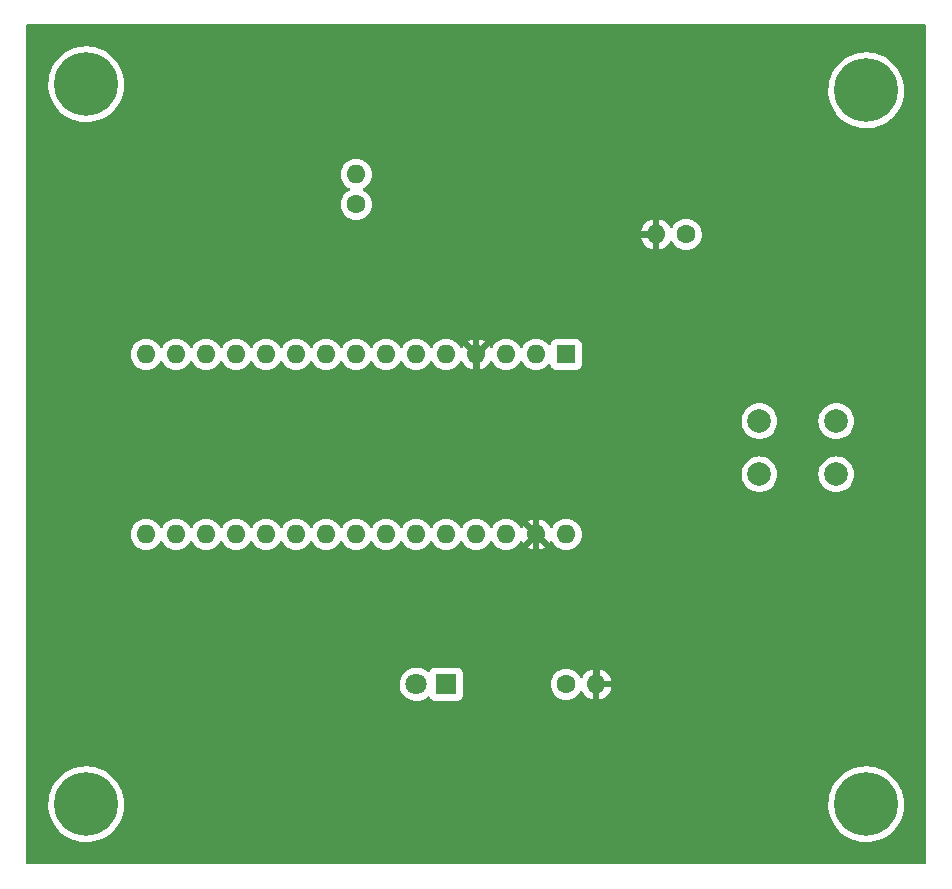
<source format=gbr>
%TF.GenerationSoftware,KiCad,Pcbnew,(6.0.4)*%
%TF.CreationDate,2025-03-27T00:11:59-07:00*%
%TF.ProjectId,led-goals,6c65642d-676f-4616-9c73-2e6b69636164,rev?*%
%TF.SameCoordinates,Original*%
%TF.FileFunction,Copper,L2,Bot*%
%TF.FilePolarity,Positive*%
%FSLAX46Y46*%
G04 Gerber Fmt 4.6, Leading zero omitted, Abs format (unit mm)*
G04 Created by KiCad (PCBNEW (6.0.4)) date 2025-03-27 00:11:59*
%MOMM*%
%LPD*%
G01*
G04 APERTURE LIST*
%TA.AperFunction,ComponentPad*%
%ADD10C,0.800000*%
%TD*%
%TA.AperFunction,ComponentPad*%
%ADD11C,5.400000*%
%TD*%
%TA.AperFunction,ComponentPad*%
%ADD12C,2.000000*%
%TD*%
%TA.AperFunction,ComponentPad*%
%ADD13C,1.600000*%
%TD*%
%TA.AperFunction,ComponentPad*%
%ADD14O,1.600000X1.600000*%
%TD*%
%TA.AperFunction,ComponentPad*%
%ADD15R,1.600000X1.600000*%
%TD*%
%TA.AperFunction,ComponentPad*%
%ADD16R,1.800000X1.800000*%
%TD*%
%TA.AperFunction,ComponentPad*%
%ADD17C,1.800000*%
%TD*%
%TA.AperFunction,ViaPad*%
%ADD18C,0.800000*%
%TD*%
%TA.AperFunction,Conductor*%
%ADD19C,0.600000*%
%TD*%
G04 APERTURE END LIST*
D10*
%TO.P,H4,1*%
%TO.N,N/C*%
X60445000Y-111760000D03*
X58420000Y-113785000D03*
X59851891Y-113191891D03*
D11*
X58420000Y-111760000D03*
D10*
X58420000Y-109735000D03*
X56988109Y-113191891D03*
X59851891Y-110328109D03*
X56395000Y-111760000D03*
X56988109Y-110328109D03*
%TD*%
%TO.P,H3,1*%
%TO.N,N/C*%
X126485000Y-51315000D03*
X124460000Y-53340000D03*
X125891891Y-52746891D03*
D11*
X124460000Y-51315000D03*
D10*
X124460000Y-49290000D03*
X123028109Y-52746891D03*
X125891891Y-49883109D03*
X122435000Y-51315000D03*
X123028109Y-49883109D03*
%TD*%
%TO.P,H2,1*%
%TO.N,N/C*%
X60445000Y-50800000D03*
X58420000Y-52825000D03*
X59851891Y-52231891D03*
D11*
X58420000Y-50800000D03*
D10*
X58420000Y-48775000D03*
X56988109Y-52231891D03*
X59851891Y-49368109D03*
X56395000Y-50800000D03*
X56988109Y-49368109D03*
%TD*%
%TO.P,H1,1*%
%TO.N,N/C*%
X126485000Y-111760000D03*
X124460000Y-113785000D03*
X125891891Y-113191891D03*
D11*
X124460000Y-111760000D03*
D10*
X124460000Y-109735000D03*
X123028109Y-113191891D03*
X125891891Y-110328109D03*
X122435000Y-111760000D03*
X123028109Y-110328109D03*
%TD*%
D12*
%TO.P,SW1,1,1*%
%TO.N,Net-(A1-Pad27)*%
X115420000Y-83820000D03*
X121920000Y-83820000D03*
%TO.P,SW1,2,2*%
%TO.N,Net-(A1-Pad5)*%
X121920000Y-79320000D03*
X115420000Y-79320000D03*
%TD*%
D13*
%TO.P,R1,1*%
%TO.N,Net-(A1-Pad9)*%
X81280000Y-60960000D03*
D14*
%TO.P,R1,2*%
%TO.N,Net-(J4-Pad1)*%
X81280000Y-58420000D03*
%TD*%
D13*
%TO.P,R3,1*%
%TO.N,Net-(A1-Pad5)*%
X109220000Y-63500000D03*
D14*
%TO.P,R3,2*%
%TO.N,GND*%
X106680000Y-63500000D03*
%TD*%
D15*
%TO.P,A1,1,D1/TX*%
%TO.N,unconnected-(A1-Pad1)*%
X99060000Y-73660000D03*
D14*
%TO.P,A1,2,D0/RX*%
%TO.N,unconnected-(A1-Pad2)*%
X96520000Y-73660000D03*
%TO.P,A1,3,~{RESET}*%
%TO.N,unconnected-(A1-Pad3)*%
X93980000Y-73660000D03*
%TO.P,A1,4,GND*%
%TO.N,GND*%
X91440000Y-73660000D03*
%TO.P,A1,5,D2*%
%TO.N,Net-(A1-Pad5)*%
X88900000Y-73660000D03*
%TO.P,A1,6,D3*%
%TO.N,Net-(A1-Pad6)*%
X86360000Y-73660000D03*
%TO.P,A1,7,D4*%
%TO.N,unconnected-(A1-Pad7)*%
X83820000Y-73660000D03*
%TO.P,A1,8,D5*%
%TO.N,unconnected-(A1-Pad8)*%
X81280000Y-73660000D03*
%TO.P,A1,9,D6*%
%TO.N,Net-(A1-Pad9)*%
X78740000Y-73660000D03*
%TO.P,A1,10,D7*%
%TO.N,unconnected-(A1-Pad10)*%
X76200000Y-73660000D03*
%TO.P,A1,11,D8*%
%TO.N,unconnected-(A1-Pad11)*%
X73660000Y-73660000D03*
%TO.P,A1,12,D9*%
%TO.N,unconnected-(A1-Pad12)*%
X71120000Y-73660000D03*
%TO.P,A1,13,D10*%
%TO.N,unconnected-(A1-Pad13)*%
X68580000Y-73660000D03*
%TO.P,A1,14,D11*%
%TO.N,unconnected-(A1-Pad14)*%
X66040000Y-73660000D03*
%TO.P,A1,15,D12*%
%TO.N,unconnected-(A1-Pad15)*%
X63500000Y-73660000D03*
%TO.P,A1,16,D13*%
%TO.N,unconnected-(A1-Pad16)*%
X63500000Y-88900000D03*
%TO.P,A1,17,3V3*%
%TO.N,unconnected-(A1-Pad17)*%
X66040000Y-88900000D03*
%TO.P,A1,18,AREF*%
%TO.N,unconnected-(A1-Pad18)*%
X68580000Y-88900000D03*
%TO.P,A1,19,A0*%
%TO.N,unconnected-(A1-Pad19)*%
X71120000Y-88900000D03*
%TO.P,A1,20,A1*%
%TO.N,unconnected-(A1-Pad20)*%
X73660000Y-88900000D03*
%TO.P,A1,21,A2*%
%TO.N,unconnected-(A1-Pad21)*%
X76200000Y-88900000D03*
%TO.P,A1,22,A3*%
%TO.N,unconnected-(A1-Pad22)*%
X78740000Y-88900000D03*
%TO.P,A1,23,A4*%
%TO.N,unconnected-(A1-Pad23)*%
X81280000Y-88900000D03*
%TO.P,A1,24,A5*%
%TO.N,unconnected-(A1-Pad24)*%
X83820000Y-88900000D03*
%TO.P,A1,25,A6*%
%TO.N,unconnected-(A1-Pad25)*%
X86360000Y-88900000D03*
%TO.P,A1,26,A7*%
%TO.N,unconnected-(A1-Pad26)*%
X88900000Y-88900000D03*
%TO.P,A1,27,+5V*%
%TO.N,Net-(A1-Pad27)*%
X91440000Y-88900000D03*
%TO.P,A1,28,~{RESET}*%
%TO.N,unconnected-(A1-Pad28)*%
X93980000Y-88900000D03*
%TO.P,A1,29,GND*%
%TO.N,GND*%
X96520000Y-88900000D03*
%TO.P,A1,30,VIN*%
%TO.N,Net-(A1-Pad30)*%
X99060000Y-88900000D03*
%TD*%
D16*
%TO.P,D1,1,K*%
%TO.N,Net-(D1-Pad1)*%
X88900000Y-101600000D03*
D17*
%TO.P,D1,2,A*%
%TO.N,Net-(A1-Pad6)*%
X86360000Y-101600000D03*
%TD*%
D13*
%TO.P,R2,1*%
%TO.N,Net-(D1-Pad1)*%
X99060000Y-101600000D03*
D14*
%TO.P,R2,2*%
%TO.N,GND*%
X101600000Y-101600000D03*
%TD*%
D18*
%TO.N,GND*%
X106680000Y-63500000D03*
X101600000Y-101600000D03*
X73660000Y-48260000D03*
X96520000Y-88900000D03*
X58420000Y-96520000D03*
%TO.N,Net-(A1-Pad30)*%
X99060000Y-88900000D03*
X99060000Y-88900000D03*
%TD*%
D19*
%TO.N,GND*%
X81280000Y-96520000D02*
X58420000Y-96520000D01*
X83820000Y-93980000D02*
X81280000Y-96520000D01*
X91440000Y-83820000D02*
X96520000Y-88900000D01*
X91440000Y-73660000D02*
X91440000Y-83820000D01*
X106680000Y-63500000D02*
X101600000Y-63500000D01*
X101600000Y-63500000D02*
X91440000Y-73660000D01*
X101600000Y-93980000D02*
X96520000Y-88900000D01*
X101600000Y-101600000D02*
X101600000Y-93980000D01*
X91440000Y-93980000D02*
X96520000Y-88900000D01*
X83820000Y-93980000D02*
X91440000Y-93980000D01*
X83820000Y-66040000D02*
X91440000Y-73660000D01*
X78740000Y-66040000D02*
X83820000Y-66040000D01*
X73660000Y-60960000D02*
X78740000Y-66040000D01*
X73660000Y-48260000D02*
X73660000Y-60960000D01*
%TD*%
%TA.AperFunction,Conductor*%
%TO.N,GND*%
G36*
X129482121Y-45740002D02*
G01*
X129528614Y-45793658D01*
X129540000Y-45846000D01*
X129540000Y-116714000D01*
X129519998Y-116782121D01*
X129466342Y-116828614D01*
X129414000Y-116840000D01*
X53466000Y-116840000D01*
X53397879Y-116819998D01*
X53351386Y-116766342D01*
X53340000Y-116714000D01*
X53340000Y-111715132D01*
X55206757Y-111715132D01*
X55221781Y-112073588D01*
X55276668Y-112428136D01*
X55370734Y-112774356D01*
X55502806Y-113107933D01*
X55671239Y-113424709D01*
X55673224Y-113427607D01*
X55673230Y-113427618D01*
X55871942Y-113717829D01*
X55871947Y-113717835D01*
X55873933Y-113720736D01*
X56108361Y-113992324D01*
X56371602Y-114236087D01*
X56660375Y-114448989D01*
X56971080Y-114628375D01*
X56974301Y-114629782D01*
X57296622Y-114770601D01*
X57296632Y-114770605D01*
X57299844Y-114772008D01*
X57303201Y-114773047D01*
X57303206Y-114773049D01*
X57438744Y-114815005D01*
X57642570Y-114878100D01*
X57994987Y-114945327D01*
X58191571Y-114960453D01*
X58349203Y-114972582D01*
X58349204Y-114972582D01*
X58352700Y-114972851D01*
X58570001Y-114965263D01*
X58707738Y-114960453D01*
X58707743Y-114960453D01*
X58711253Y-114960330D01*
X58714734Y-114959816D01*
X59062683Y-114908436D01*
X59062689Y-114908435D01*
X59066175Y-114907920D01*
X59069579Y-114907021D01*
X59069582Y-114907020D01*
X59409652Y-114817169D01*
X59409653Y-114817169D01*
X59413043Y-114816273D01*
X59747534Y-114686533D01*
X60065478Y-114520316D01*
X60362913Y-114319693D01*
X60636131Y-114087167D01*
X60727702Y-113989654D01*
X60879316Y-113828202D01*
X60879320Y-113828197D01*
X60881727Y-113825634D01*
X60883832Y-113822820D01*
X60883838Y-113822813D01*
X61094530Y-113541174D01*
X61096639Y-113538355D01*
X61278189Y-113228910D01*
X61424115Y-112901156D01*
X61532596Y-112559179D01*
X61602282Y-112207241D01*
X61632303Y-111849728D01*
X61633556Y-111760000D01*
X61631048Y-111715132D01*
X121246757Y-111715132D01*
X121261781Y-112073588D01*
X121316668Y-112428136D01*
X121410734Y-112774356D01*
X121542806Y-113107933D01*
X121711239Y-113424709D01*
X121713224Y-113427607D01*
X121713230Y-113427618D01*
X121911942Y-113717829D01*
X121911947Y-113717835D01*
X121913933Y-113720736D01*
X122148361Y-113992324D01*
X122411602Y-114236087D01*
X122700375Y-114448989D01*
X123011080Y-114628375D01*
X123014301Y-114629782D01*
X123336622Y-114770601D01*
X123336632Y-114770605D01*
X123339844Y-114772008D01*
X123343201Y-114773047D01*
X123343206Y-114773049D01*
X123478744Y-114815005D01*
X123682570Y-114878100D01*
X124034987Y-114945327D01*
X124231571Y-114960453D01*
X124389203Y-114972582D01*
X124389204Y-114972582D01*
X124392700Y-114972851D01*
X124610001Y-114965263D01*
X124747738Y-114960453D01*
X124747743Y-114960453D01*
X124751253Y-114960330D01*
X124754734Y-114959816D01*
X125102683Y-114908436D01*
X125102689Y-114908435D01*
X125106175Y-114907920D01*
X125109579Y-114907021D01*
X125109582Y-114907020D01*
X125449652Y-114817169D01*
X125449653Y-114817169D01*
X125453043Y-114816273D01*
X125787534Y-114686533D01*
X126105478Y-114520316D01*
X126402913Y-114319693D01*
X126676131Y-114087167D01*
X126767702Y-113989654D01*
X126919316Y-113828202D01*
X126919320Y-113828197D01*
X126921727Y-113825634D01*
X126923832Y-113822820D01*
X126923838Y-113822813D01*
X127134530Y-113541174D01*
X127136639Y-113538355D01*
X127318189Y-113228910D01*
X127464115Y-112901156D01*
X127572596Y-112559179D01*
X127642282Y-112207241D01*
X127672303Y-111849728D01*
X127673556Y-111760000D01*
X127653529Y-111401788D01*
X127646589Y-111360757D01*
X127594286Y-111051522D01*
X127594285Y-111051518D01*
X127593697Y-111048041D01*
X127494806Y-110703169D01*
X127446662Y-110586362D01*
X127359427Y-110374713D01*
X127359423Y-110374705D01*
X127358089Y-110371468D01*
X127185250Y-110057075D01*
X126978443Y-109763907D01*
X126740245Y-109495619D01*
X126473626Y-109255554D01*
X126470776Y-109253513D01*
X126470769Y-109253508D01*
X126184763Y-109048748D01*
X126184760Y-109048746D01*
X126181909Y-109046705D01*
X125868730Y-108871675D01*
X125537992Y-108732646D01*
X125534623Y-108731655D01*
X125534619Y-108731653D01*
X125382754Y-108686957D01*
X125193818Y-108631350D01*
X124910904Y-108581464D01*
X124843958Y-108569660D01*
X124843956Y-108569660D01*
X124840498Y-108569050D01*
X124836987Y-108568829D01*
X124836986Y-108568829D01*
X124485953Y-108546743D01*
X124485947Y-108546743D01*
X124482435Y-108546522D01*
X124381046Y-108551481D01*
X124127599Y-108563876D01*
X124127591Y-108563877D01*
X124124092Y-108564048D01*
X124120624Y-108564610D01*
X124120621Y-108564610D01*
X123773411Y-108620846D01*
X123773408Y-108620847D01*
X123769936Y-108621409D01*
X123766549Y-108622355D01*
X123766543Y-108622356D01*
X123482406Y-108701689D01*
X123424381Y-108717890D01*
X123258057Y-108785089D01*
X123094998Y-108850969D01*
X123094994Y-108850971D01*
X123091734Y-108852288D01*
X123088647Y-108853957D01*
X123088643Y-108853959D01*
X123052699Y-108873394D01*
X122776142Y-109022928D01*
X122481537Y-109227683D01*
X122211593Y-109464002D01*
X121969672Y-109728938D01*
X121758792Y-110019190D01*
X121581580Y-110331140D01*
X121440245Y-110660899D01*
X121336549Y-111004358D01*
X121271784Y-111357235D01*
X121246757Y-111715132D01*
X61631048Y-111715132D01*
X61613529Y-111401788D01*
X61606589Y-111360757D01*
X61554286Y-111051522D01*
X61554285Y-111051518D01*
X61553697Y-111048041D01*
X61454806Y-110703169D01*
X61406662Y-110586362D01*
X61319427Y-110374713D01*
X61319423Y-110374705D01*
X61318089Y-110371468D01*
X61145250Y-110057075D01*
X60938443Y-109763907D01*
X60700245Y-109495619D01*
X60433626Y-109255554D01*
X60430776Y-109253513D01*
X60430769Y-109253508D01*
X60144763Y-109048748D01*
X60144760Y-109048746D01*
X60141909Y-109046705D01*
X59828730Y-108871675D01*
X59497992Y-108732646D01*
X59494623Y-108731655D01*
X59494619Y-108731653D01*
X59342754Y-108686957D01*
X59153818Y-108631350D01*
X58870904Y-108581464D01*
X58803958Y-108569660D01*
X58803956Y-108569660D01*
X58800498Y-108569050D01*
X58796987Y-108568829D01*
X58796986Y-108568829D01*
X58445953Y-108546743D01*
X58445947Y-108546743D01*
X58442435Y-108546522D01*
X58341046Y-108551481D01*
X58087599Y-108563876D01*
X58087591Y-108563877D01*
X58084092Y-108564048D01*
X58080624Y-108564610D01*
X58080621Y-108564610D01*
X57733411Y-108620846D01*
X57733408Y-108620847D01*
X57729936Y-108621409D01*
X57726549Y-108622355D01*
X57726543Y-108622356D01*
X57442406Y-108701689D01*
X57384381Y-108717890D01*
X57218057Y-108785089D01*
X57054998Y-108850969D01*
X57054994Y-108850971D01*
X57051734Y-108852288D01*
X57048647Y-108853957D01*
X57048643Y-108853959D01*
X57012699Y-108873394D01*
X56736142Y-109022928D01*
X56441537Y-109227683D01*
X56171593Y-109464002D01*
X55929672Y-109728938D01*
X55718792Y-110019190D01*
X55541580Y-110331140D01*
X55400245Y-110660899D01*
X55296549Y-111004358D01*
X55231784Y-111357235D01*
X55206757Y-111715132D01*
X53340000Y-111715132D01*
X53340000Y-101565469D01*
X84947095Y-101565469D01*
X84947392Y-101570622D01*
X84947392Y-101570625D01*
X84960129Y-101791529D01*
X84960427Y-101796697D01*
X84961564Y-101801743D01*
X84961565Y-101801749D01*
X84976394Y-101867548D01*
X85011346Y-102022642D01*
X85013288Y-102027424D01*
X85013289Y-102027428D01*
X85096540Y-102232450D01*
X85098484Y-102237237D01*
X85219501Y-102434719D01*
X85371147Y-102609784D01*
X85549349Y-102757730D01*
X85749322Y-102874584D01*
X85754147Y-102876426D01*
X85754148Y-102876427D01*
X85767428Y-102881498D01*
X85965694Y-102957209D01*
X85970760Y-102958240D01*
X85970761Y-102958240D01*
X86023846Y-102969040D01*
X86192656Y-103003385D01*
X86322089Y-103008131D01*
X86418949Y-103011683D01*
X86418953Y-103011683D01*
X86424113Y-103011872D01*
X86429233Y-103011216D01*
X86429235Y-103011216D01*
X86503166Y-103001745D01*
X86653847Y-102982442D01*
X86658795Y-102980957D01*
X86658802Y-102980956D01*
X86870747Y-102917369D01*
X86875690Y-102915886D01*
X86880565Y-102913498D01*
X87079049Y-102816262D01*
X87079052Y-102816260D01*
X87083684Y-102813991D01*
X87272243Y-102679494D01*
X87317309Y-102634585D01*
X87379681Y-102600669D01*
X87450487Y-102605857D01*
X87507249Y-102648503D01*
X87524231Y-102679607D01*
X87549385Y-102746705D01*
X87636739Y-102863261D01*
X87753295Y-102950615D01*
X87889684Y-103001745D01*
X87951866Y-103008500D01*
X89848134Y-103008500D01*
X89910316Y-103001745D01*
X90046705Y-102950615D01*
X90163261Y-102863261D01*
X90250615Y-102746705D01*
X90301745Y-102610316D01*
X90308500Y-102548134D01*
X90308500Y-101600000D01*
X97746502Y-101600000D01*
X97766457Y-101828087D01*
X97767881Y-101833400D01*
X97767881Y-101833402D01*
X97819871Y-102027428D01*
X97825716Y-102049243D01*
X97828039Y-102054224D01*
X97828039Y-102054225D01*
X97920151Y-102251762D01*
X97920154Y-102251767D01*
X97922477Y-102256749D01*
X97925634Y-102261257D01*
X98044012Y-102430318D01*
X98053802Y-102444300D01*
X98215700Y-102606198D01*
X98220208Y-102609355D01*
X98220211Y-102609357D01*
X98298389Y-102664098D01*
X98403251Y-102737523D01*
X98408233Y-102739846D01*
X98408238Y-102739849D01*
X98567238Y-102813991D01*
X98610757Y-102834284D01*
X98616065Y-102835706D01*
X98616067Y-102835707D01*
X98826598Y-102892119D01*
X98826600Y-102892119D01*
X98831913Y-102893543D01*
X99060000Y-102913498D01*
X99288087Y-102893543D01*
X99293400Y-102892119D01*
X99293402Y-102892119D01*
X99503933Y-102835707D01*
X99503935Y-102835706D01*
X99509243Y-102834284D01*
X99552762Y-102813991D01*
X99711762Y-102739849D01*
X99711767Y-102739846D01*
X99716749Y-102737523D01*
X99821611Y-102664098D01*
X99899789Y-102609357D01*
X99899792Y-102609355D01*
X99904300Y-102606198D01*
X100066198Y-102444300D01*
X100075989Y-102430318D01*
X100194366Y-102261257D01*
X100197523Y-102256749D01*
X100199846Y-102251767D01*
X100199849Y-102251762D01*
X100216081Y-102216951D01*
X100262998Y-102163666D01*
X100331275Y-102144205D01*
X100399235Y-102164747D01*
X100444471Y-102216951D01*
X100460586Y-102251511D01*
X100466069Y-102261007D01*
X100591028Y-102439467D01*
X100598084Y-102447875D01*
X100752125Y-102601916D01*
X100760533Y-102608972D01*
X100938993Y-102733931D01*
X100948489Y-102739414D01*
X101145947Y-102831490D01*
X101156239Y-102835236D01*
X101328503Y-102881394D01*
X101342599Y-102881058D01*
X101346000Y-102873116D01*
X101346000Y-102867967D01*
X101854000Y-102867967D01*
X101857973Y-102881498D01*
X101866522Y-102882727D01*
X102043761Y-102835236D01*
X102054053Y-102831490D01*
X102251511Y-102739414D01*
X102261007Y-102733931D01*
X102439467Y-102608972D01*
X102447875Y-102601916D01*
X102601916Y-102447875D01*
X102608972Y-102439467D01*
X102733931Y-102261007D01*
X102739414Y-102251511D01*
X102831490Y-102054053D01*
X102835236Y-102043761D01*
X102881394Y-101871497D01*
X102881058Y-101857401D01*
X102873116Y-101854000D01*
X101872115Y-101854000D01*
X101856876Y-101858475D01*
X101855671Y-101859865D01*
X101854000Y-101867548D01*
X101854000Y-102867967D01*
X101346000Y-102867967D01*
X101346000Y-101327885D01*
X101854000Y-101327885D01*
X101858475Y-101343124D01*
X101859865Y-101344329D01*
X101867548Y-101346000D01*
X102867967Y-101346000D01*
X102881498Y-101342027D01*
X102882727Y-101333478D01*
X102835236Y-101156239D01*
X102831490Y-101145947D01*
X102739414Y-100948489D01*
X102733931Y-100938993D01*
X102608972Y-100760533D01*
X102601916Y-100752125D01*
X102447875Y-100598084D01*
X102439467Y-100591028D01*
X102261007Y-100466069D01*
X102251511Y-100460586D01*
X102054053Y-100368510D01*
X102043761Y-100364764D01*
X101871497Y-100318606D01*
X101857401Y-100318942D01*
X101854000Y-100326884D01*
X101854000Y-101327885D01*
X101346000Y-101327885D01*
X101346000Y-100332033D01*
X101342027Y-100318502D01*
X101333478Y-100317273D01*
X101156239Y-100364764D01*
X101145947Y-100368510D01*
X100948489Y-100460586D01*
X100938993Y-100466069D01*
X100760533Y-100591028D01*
X100752125Y-100598084D01*
X100598084Y-100752125D01*
X100591028Y-100760533D01*
X100466069Y-100938993D01*
X100460586Y-100948489D01*
X100444471Y-100983049D01*
X100397554Y-101036334D01*
X100329277Y-101055795D01*
X100261317Y-101035253D01*
X100216081Y-100983049D01*
X100199849Y-100948238D01*
X100199846Y-100948233D01*
X100197523Y-100943251D01*
X100066198Y-100755700D01*
X99904300Y-100593802D01*
X99899792Y-100590645D01*
X99899789Y-100590643D01*
X99794481Y-100516906D01*
X99716749Y-100462477D01*
X99711767Y-100460154D01*
X99711762Y-100460151D01*
X99514225Y-100368039D01*
X99514224Y-100368039D01*
X99509243Y-100365716D01*
X99503935Y-100364294D01*
X99503933Y-100364293D01*
X99293402Y-100307881D01*
X99293400Y-100307881D01*
X99288087Y-100306457D01*
X99060000Y-100286502D01*
X98831913Y-100306457D01*
X98826600Y-100307881D01*
X98826598Y-100307881D01*
X98616067Y-100364293D01*
X98616065Y-100364294D01*
X98610757Y-100365716D01*
X98605776Y-100368039D01*
X98605775Y-100368039D01*
X98408238Y-100460151D01*
X98408233Y-100460154D01*
X98403251Y-100462477D01*
X98325519Y-100516906D01*
X98220211Y-100590643D01*
X98220208Y-100590645D01*
X98215700Y-100593802D01*
X98053802Y-100755700D01*
X97922477Y-100943251D01*
X97920154Y-100948233D01*
X97920151Y-100948238D01*
X97920034Y-100948489D01*
X97825716Y-101150757D01*
X97824294Y-101156065D01*
X97824293Y-101156067D01*
X97774927Y-101340301D01*
X97766457Y-101371913D01*
X97746502Y-101600000D01*
X90308500Y-101600000D01*
X90308500Y-100651866D01*
X90301745Y-100589684D01*
X90250615Y-100453295D01*
X90163261Y-100336739D01*
X90046705Y-100249385D01*
X89910316Y-100198255D01*
X89848134Y-100191500D01*
X87951866Y-100191500D01*
X87889684Y-100198255D01*
X87753295Y-100249385D01*
X87636739Y-100336739D01*
X87549385Y-100453295D01*
X87546233Y-100461703D01*
X87546232Y-100461705D01*
X87525538Y-100516906D01*
X87482897Y-100573671D01*
X87416335Y-100598371D01*
X87346986Y-100583164D01*
X87324167Y-100566666D01*
X87323887Y-100566358D01*
X87196348Y-100465634D01*
X87146177Y-100426011D01*
X87146172Y-100426008D01*
X87142123Y-100422810D01*
X87137607Y-100420317D01*
X87137604Y-100420315D01*
X86943879Y-100313373D01*
X86943875Y-100313371D01*
X86939355Y-100310876D01*
X86934486Y-100309152D01*
X86934482Y-100309150D01*
X86725903Y-100235288D01*
X86725899Y-100235287D01*
X86721028Y-100233562D01*
X86715935Y-100232655D01*
X86715932Y-100232654D01*
X86498095Y-100193851D01*
X86498089Y-100193850D01*
X86493006Y-100192945D01*
X86420096Y-100192054D01*
X86266581Y-100190179D01*
X86266579Y-100190179D01*
X86261411Y-100190116D01*
X86032464Y-100225150D01*
X85812314Y-100297106D01*
X85807726Y-100299494D01*
X85807722Y-100299496D01*
X85611461Y-100401663D01*
X85606872Y-100404052D01*
X85602739Y-100407155D01*
X85602736Y-100407157D01*
X85425790Y-100540012D01*
X85421655Y-100543117D01*
X85261639Y-100710564D01*
X85131119Y-100901899D01*
X85033602Y-101111981D01*
X84971707Y-101335169D01*
X84947095Y-101565469D01*
X53340000Y-101565469D01*
X53340000Y-88900000D01*
X62186502Y-88900000D01*
X62206457Y-89128087D01*
X62265716Y-89349243D01*
X62268039Y-89354224D01*
X62268039Y-89354225D01*
X62360151Y-89551762D01*
X62360154Y-89551767D01*
X62362477Y-89556749D01*
X62493802Y-89744300D01*
X62655700Y-89906198D01*
X62660208Y-89909355D01*
X62660211Y-89909357D01*
X62738389Y-89964098D01*
X62843251Y-90037523D01*
X62848233Y-90039846D01*
X62848238Y-90039849D01*
X63044765Y-90131490D01*
X63050757Y-90134284D01*
X63056065Y-90135706D01*
X63056067Y-90135707D01*
X63266598Y-90192119D01*
X63266600Y-90192119D01*
X63271913Y-90193543D01*
X63500000Y-90213498D01*
X63728087Y-90193543D01*
X63733400Y-90192119D01*
X63733402Y-90192119D01*
X63943933Y-90135707D01*
X63943935Y-90135706D01*
X63949243Y-90134284D01*
X63955235Y-90131490D01*
X64151762Y-90039849D01*
X64151767Y-90039846D01*
X64156749Y-90037523D01*
X64261611Y-89964098D01*
X64339789Y-89909357D01*
X64339792Y-89909355D01*
X64344300Y-89906198D01*
X64506198Y-89744300D01*
X64637523Y-89556749D01*
X64639846Y-89551767D01*
X64639849Y-89551762D01*
X64655805Y-89517543D01*
X64702722Y-89464258D01*
X64770999Y-89444797D01*
X64838959Y-89465339D01*
X64884195Y-89517543D01*
X64900151Y-89551762D01*
X64900154Y-89551767D01*
X64902477Y-89556749D01*
X65033802Y-89744300D01*
X65195700Y-89906198D01*
X65200208Y-89909355D01*
X65200211Y-89909357D01*
X65278389Y-89964098D01*
X65383251Y-90037523D01*
X65388233Y-90039846D01*
X65388238Y-90039849D01*
X65584765Y-90131490D01*
X65590757Y-90134284D01*
X65596065Y-90135706D01*
X65596067Y-90135707D01*
X65806598Y-90192119D01*
X65806600Y-90192119D01*
X65811913Y-90193543D01*
X66040000Y-90213498D01*
X66268087Y-90193543D01*
X66273400Y-90192119D01*
X66273402Y-90192119D01*
X66483933Y-90135707D01*
X66483935Y-90135706D01*
X66489243Y-90134284D01*
X66495235Y-90131490D01*
X66691762Y-90039849D01*
X66691767Y-90039846D01*
X66696749Y-90037523D01*
X66801611Y-89964098D01*
X66879789Y-89909357D01*
X66879792Y-89909355D01*
X66884300Y-89906198D01*
X67046198Y-89744300D01*
X67177523Y-89556749D01*
X67179846Y-89551767D01*
X67179849Y-89551762D01*
X67195805Y-89517543D01*
X67242722Y-89464258D01*
X67310999Y-89444797D01*
X67378959Y-89465339D01*
X67424195Y-89517543D01*
X67440151Y-89551762D01*
X67440154Y-89551767D01*
X67442477Y-89556749D01*
X67573802Y-89744300D01*
X67735700Y-89906198D01*
X67740208Y-89909355D01*
X67740211Y-89909357D01*
X67818389Y-89964098D01*
X67923251Y-90037523D01*
X67928233Y-90039846D01*
X67928238Y-90039849D01*
X68124765Y-90131490D01*
X68130757Y-90134284D01*
X68136065Y-90135706D01*
X68136067Y-90135707D01*
X68346598Y-90192119D01*
X68346600Y-90192119D01*
X68351913Y-90193543D01*
X68580000Y-90213498D01*
X68808087Y-90193543D01*
X68813400Y-90192119D01*
X68813402Y-90192119D01*
X69023933Y-90135707D01*
X69023935Y-90135706D01*
X69029243Y-90134284D01*
X69035235Y-90131490D01*
X69231762Y-90039849D01*
X69231767Y-90039846D01*
X69236749Y-90037523D01*
X69341611Y-89964098D01*
X69419789Y-89909357D01*
X69419792Y-89909355D01*
X69424300Y-89906198D01*
X69586198Y-89744300D01*
X69717523Y-89556749D01*
X69719846Y-89551767D01*
X69719849Y-89551762D01*
X69735805Y-89517543D01*
X69782722Y-89464258D01*
X69850999Y-89444797D01*
X69918959Y-89465339D01*
X69964195Y-89517543D01*
X69980151Y-89551762D01*
X69980154Y-89551767D01*
X69982477Y-89556749D01*
X70113802Y-89744300D01*
X70275700Y-89906198D01*
X70280208Y-89909355D01*
X70280211Y-89909357D01*
X70358389Y-89964098D01*
X70463251Y-90037523D01*
X70468233Y-90039846D01*
X70468238Y-90039849D01*
X70664765Y-90131490D01*
X70670757Y-90134284D01*
X70676065Y-90135706D01*
X70676067Y-90135707D01*
X70886598Y-90192119D01*
X70886600Y-90192119D01*
X70891913Y-90193543D01*
X71120000Y-90213498D01*
X71348087Y-90193543D01*
X71353400Y-90192119D01*
X71353402Y-90192119D01*
X71563933Y-90135707D01*
X71563935Y-90135706D01*
X71569243Y-90134284D01*
X71575235Y-90131490D01*
X71771762Y-90039849D01*
X71771767Y-90039846D01*
X71776749Y-90037523D01*
X71881611Y-89964098D01*
X71959789Y-89909357D01*
X71959792Y-89909355D01*
X71964300Y-89906198D01*
X72126198Y-89744300D01*
X72257523Y-89556749D01*
X72259846Y-89551767D01*
X72259849Y-89551762D01*
X72275805Y-89517543D01*
X72322722Y-89464258D01*
X72390999Y-89444797D01*
X72458959Y-89465339D01*
X72504195Y-89517543D01*
X72520151Y-89551762D01*
X72520154Y-89551767D01*
X72522477Y-89556749D01*
X72653802Y-89744300D01*
X72815700Y-89906198D01*
X72820208Y-89909355D01*
X72820211Y-89909357D01*
X72898389Y-89964098D01*
X73003251Y-90037523D01*
X73008233Y-90039846D01*
X73008238Y-90039849D01*
X73204765Y-90131490D01*
X73210757Y-90134284D01*
X73216065Y-90135706D01*
X73216067Y-90135707D01*
X73426598Y-90192119D01*
X73426600Y-90192119D01*
X73431913Y-90193543D01*
X73660000Y-90213498D01*
X73888087Y-90193543D01*
X73893400Y-90192119D01*
X73893402Y-90192119D01*
X74103933Y-90135707D01*
X74103935Y-90135706D01*
X74109243Y-90134284D01*
X74115235Y-90131490D01*
X74311762Y-90039849D01*
X74311767Y-90039846D01*
X74316749Y-90037523D01*
X74421611Y-89964098D01*
X74499789Y-89909357D01*
X74499792Y-89909355D01*
X74504300Y-89906198D01*
X74666198Y-89744300D01*
X74797523Y-89556749D01*
X74799846Y-89551767D01*
X74799849Y-89551762D01*
X74815805Y-89517543D01*
X74862722Y-89464258D01*
X74930999Y-89444797D01*
X74998959Y-89465339D01*
X75044195Y-89517543D01*
X75060151Y-89551762D01*
X75060154Y-89551767D01*
X75062477Y-89556749D01*
X75193802Y-89744300D01*
X75355700Y-89906198D01*
X75360208Y-89909355D01*
X75360211Y-89909357D01*
X75438389Y-89964098D01*
X75543251Y-90037523D01*
X75548233Y-90039846D01*
X75548238Y-90039849D01*
X75744765Y-90131490D01*
X75750757Y-90134284D01*
X75756065Y-90135706D01*
X75756067Y-90135707D01*
X75966598Y-90192119D01*
X75966600Y-90192119D01*
X75971913Y-90193543D01*
X76200000Y-90213498D01*
X76428087Y-90193543D01*
X76433400Y-90192119D01*
X76433402Y-90192119D01*
X76643933Y-90135707D01*
X76643935Y-90135706D01*
X76649243Y-90134284D01*
X76655235Y-90131490D01*
X76851762Y-90039849D01*
X76851767Y-90039846D01*
X76856749Y-90037523D01*
X76961611Y-89964098D01*
X77039789Y-89909357D01*
X77039792Y-89909355D01*
X77044300Y-89906198D01*
X77206198Y-89744300D01*
X77337523Y-89556749D01*
X77339846Y-89551767D01*
X77339849Y-89551762D01*
X77355805Y-89517543D01*
X77402722Y-89464258D01*
X77470999Y-89444797D01*
X77538959Y-89465339D01*
X77584195Y-89517543D01*
X77600151Y-89551762D01*
X77600154Y-89551767D01*
X77602477Y-89556749D01*
X77733802Y-89744300D01*
X77895700Y-89906198D01*
X77900208Y-89909355D01*
X77900211Y-89909357D01*
X77978389Y-89964098D01*
X78083251Y-90037523D01*
X78088233Y-90039846D01*
X78088238Y-90039849D01*
X78284765Y-90131490D01*
X78290757Y-90134284D01*
X78296065Y-90135706D01*
X78296067Y-90135707D01*
X78506598Y-90192119D01*
X78506600Y-90192119D01*
X78511913Y-90193543D01*
X78740000Y-90213498D01*
X78968087Y-90193543D01*
X78973400Y-90192119D01*
X78973402Y-90192119D01*
X79183933Y-90135707D01*
X79183935Y-90135706D01*
X79189243Y-90134284D01*
X79195235Y-90131490D01*
X79391762Y-90039849D01*
X79391767Y-90039846D01*
X79396749Y-90037523D01*
X79501611Y-89964098D01*
X79579789Y-89909357D01*
X79579792Y-89909355D01*
X79584300Y-89906198D01*
X79746198Y-89744300D01*
X79877523Y-89556749D01*
X79879846Y-89551767D01*
X79879849Y-89551762D01*
X79895805Y-89517543D01*
X79942722Y-89464258D01*
X80010999Y-89444797D01*
X80078959Y-89465339D01*
X80124195Y-89517543D01*
X80140151Y-89551762D01*
X80140154Y-89551767D01*
X80142477Y-89556749D01*
X80273802Y-89744300D01*
X80435700Y-89906198D01*
X80440208Y-89909355D01*
X80440211Y-89909357D01*
X80518389Y-89964098D01*
X80623251Y-90037523D01*
X80628233Y-90039846D01*
X80628238Y-90039849D01*
X80824765Y-90131490D01*
X80830757Y-90134284D01*
X80836065Y-90135706D01*
X80836067Y-90135707D01*
X81046598Y-90192119D01*
X81046600Y-90192119D01*
X81051913Y-90193543D01*
X81280000Y-90213498D01*
X81508087Y-90193543D01*
X81513400Y-90192119D01*
X81513402Y-90192119D01*
X81723933Y-90135707D01*
X81723935Y-90135706D01*
X81729243Y-90134284D01*
X81735235Y-90131490D01*
X81931762Y-90039849D01*
X81931767Y-90039846D01*
X81936749Y-90037523D01*
X82041611Y-89964098D01*
X82119789Y-89909357D01*
X82119792Y-89909355D01*
X82124300Y-89906198D01*
X82286198Y-89744300D01*
X82417523Y-89556749D01*
X82419846Y-89551767D01*
X82419849Y-89551762D01*
X82435805Y-89517543D01*
X82482722Y-89464258D01*
X82550999Y-89444797D01*
X82618959Y-89465339D01*
X82664195Y-89517543D01*
X82680151Y-89551762D01*
X82680154Y-89551767D01*
X82682477Y-89556749D01*
X82813802Y-89744300D01*
X82975700Y-89906198D01*
X82980208Y-89909355D01*
X82980211Y-89909357D01*
X83058389Y-89964098D01*
X83163251Y-90037523D01*
X83168233Y-90039846D01*
X83168238Y-90039849D01*
X83364765Y-90131490D01*
X83370757Y-90134284D01*
X83376065Y-90135706D01*
X83376067Y-90135707D01*
X83586598Y-90192119D01*
X83586600Y-90192119D01*
X83591913Y-90193543D01*
X83820000Y-90213498D01*
X84048087Y-90193543D01*
X84053400Y-90192119D01*
X84053402Y-90192119D01*
X84263933Y-90135707D01*
X84263935Y-90135706D01*
X84269243Y-90134284D01*
X84275235Y-90131490D01*
X84471762Y-90039849D01*
X84471767Y-90039846D01*
X84476749Y-90037523D01*
X84581611Y-89964098D01*
X84659789Y-89909357D01*
X84659792Y-89909355D01*
X84664300Y-89906198D01*
X84826198Y-89744300D01*
X84957523Y-89556749D01*
X84959846Y-89551767D01*
X84959849Y-89551762D01*
X84975805Y-89517543D01*
X85022722Y-89464258D01*
X85090999Y-89444797D01*
X85158959Y-89465339D01*
X85204195Y-89517543D01*
X85220151Y-89551762D01*
X85220154Y-89551767D01*
X85222477Y-89556749D01*
X85353802Y-89744300D01*
X85515700Y-89906198D01*
X85520208Y-89909355D01*
X85520211Y-89909357D01*
X85598389Y-89964098D01*
X85703251Y-90037523D01*
X85708233Y-90039846D01*
X85708238Y-90039849D01*
X85904765Y-90131490D01*
X85910757Y-90134284D01*
X85916065Y-90135706D01*
X85916067Y-90135707D01*
X86126598Y-90192119D01*
X86126600Y-90192119D01*
X86131913Y-90193543D01*
X86360000Y-90213498D01*
X86588087Y-90193543D01*
X86593400Y-90192119D01*
X86593402Y-90192119D01*
X86803933Y-90135707D01*
X86803935Y-90135706D01*
X86809243Y-90134284D01*
X86815235Y-90131490D01*
X87011762Y-90039849D01*
X87011767Y-90039846D01*
X87016749Y-90037523D01*
X87121611Y-89964098D01*
X87199789Y-89909357D01*
X87199792Y-89909355D01*
X87204300Y-89906198D01*
X87366198Y-89744300D01*
X87497523Y-89556749D01*
X87499846Y-89551767D01*
X87499849Y-89551762D01*
X87515805Y-89517543D01*
X87562722Y-89464258D01*
X87630999Y-89444797D01*
X87698959Y-89465339D01*
X87744195Y-89517543D01*
X87760151Y-89551762D01*
X87760154Y-89551767D01*
X87762477Y-89556749D01*
X87893802Y-89744300D01*
X88055700Y-89906198D01*
X88060208Y-89909355D01*
X88060211Y-89909357D01*
X88138389Y-89964098D01*
X88243251Y-90037523D01*
X88248233Y-90039846D01*
X88248238Y-90039849D01*
X88444765Y-90131490D01*
X88450757Y-90134284D01*
X88456065Y-90135706D01*
X88456067Y-90135707D01*
X88666598Y-90192119D01*
X88666600Y-90192119D01*
X88671913Y-90193543D01*
X88900000Y-90213498D01*
X89128087Y-90193543D01*
X89133400Y-90192119D01*
X89133402Y-90192119D01*
X89343933Y-90135707D01*
X89343935Y-90135706D01*
X89349243Y-90134284D01*
X89355235Y-90131490D01*
X89551762Y-90039849D01*
X89551767Y-90039846D01*
X89556749Y-90037523D01*
X89661611Y-89964098D01*
X89739789Y-89909357D01*
X89739792Y-89909355D01*
X89744300Y-89906198D01*
X89906198Y-89744300D01*
X90037523Y-89556749D01*
X90039846Y-89551767D01*
X90039849Y-89551762D01*
X90055805Y-89517543D01*
X90102722Y-89464258D01*
X90170999Y-89444797D01*
X90238959Y-89465339D01*
X90284195Y-89517543D01*
X90300151Y-89551762D01*
X90300154Y-89551767D01*
X90302477Y-89556749D01*
X90433802Y-89744300D01*
X90595700Y-89906198D01*
X90600208Y-89909355D01*
X90600211Y-89909357D01*
X90678389Y-89964098D01*
X90783251Y-90037523D01*
X90788233Y-90039846D01*
X90788238Y-90039849D01*
X90984765Y-90131490D01*
X90990757Y-90134284D01*
X90996065Y-90135706D01*
X90996067Y-90135707D01*
X91206598Y-90192119D01*
X91206600Y-90192119D01*
X91211913Y-90193543D01*
X91440000Y-90213498D01*
X91668087Y-90193543D01*
X91673400Y-90192119D01*
X91673402Y-90192119D01*
X91883933Y-90135707D01*
X91883935Y-90135706D01*
X91889243Y-90134284D01*
X91895235Y-90131490D01*
X92091762Y-90039849D01*
X92091767Y-90039846D01*
X92096749Y-90037523D01*
X92201611Y-89964098D01*
X92279789Y-89909357D01*
X92279792Y-89909355D01*
X92284300Y-89906198D01*
X92446198Y-89744300D01*
X92577523Y-89556749D01*
X92579846Y-89551767D01*
X92579849Y-89551762D01*
X92595805Y-89517543D01*
X92642722Y-89464258D01*
X92710999Y-89444797D01*
X92778959Y-89465339D01*
X92824195Y-89517543D01*
X92840151Y-89551762D01*
X92840154Y-89551767D01*
X92842477Y-89556749D01*
X92973802Y-89744300D01*
X93135700Y-89906198D01*
X93140208Y-89909355D01*
X93140211Y-89909357D01*
X93218389Y-89964098D01*
X93323251Y-90037523D01*
X93328233Y-90039846D01*
X93328238Y-90039849D01*
X93524765Y-90131490D01*
X93530757Y-90134284D01*
X93536065Y-90135706D01*
X93536067Y-90135707D01*
X93746598Y-90192119D01*
X93746600Y-90192119D01*
X93751913Y-90193543D01*
X93980000Y-90213498D01*
X94208087Y-90193543D01*
X94213400Y-90192119D01*
X94213402Y-90192119D01*
X94423933Y-90135707D01*
X94423935Y-90135706D01*
X94429243Y-90134284D01*
X94435235Y-90131490D01*
X94631762Y-90039849D01*
X94631767Y-90039846D01*
X94636749Y-90037523D01*
X94741611Y-89964098D01*
X94819789Y-89909357D01*
X94819792Y-89909355D01*
X94824300Y-89906198D01*
X94986198Y-89744300D01*
X95117523Y-89556749D01*
X95119846Y-89551767D01*
X95119849Y-89551762D01*
X95136081Y-89516951D01*
X95182998Y-89463666D01*
X95251275Y-89444205D01*
X95319235Y-89464747D01*
X95364471Y-89516951D01*
X95380586Y-89551511D01*
X95386069Y-89561007D01*
X95511028Y-89739467D01*
X95518084Y-89747875D01*
X95672125Y-89901916D01*
X95680533Y-89908972D01*
X95858993Y-90033931D01*
X95868489Y-90039414D01*
X96065947Y-90131490D01*
X96076239Y-90135236D01*
X96248503Y-90181394D01*
X96262599Y-90181058D01*
X96266000Y-90173116D01*
X96266000Y-90167967D01*
X96774000Y-90167967D01*
X96777973Y-90181498D01*
X96786522Y-90182727D01*
X96963761Y-90135236D01*
X96974053Y-90131490D01*
X97171511Y-90039414D01*
X97181007Y-90033931D01*
X97359467Y-89908972D01*
X97367875Y-89901916D01*
X97521916Y-89747875D01*
X97528972Y-89739467D01*
X97653931Y-89561007D01*
X97659414Y-89551511D01*
X97675529Y-89516951D01*
X97722446Y-89463666D01*
X97790723Y-89444205D01*
X97858683Y-89464747D01*
X97903919Y-89516951D01*
X97920151Y-89551762D01*
X97920154Y-89551767D01*
X97922477Y-89556749D01*
X98053802Y-89744300D01*
X98215700Y-89906198D01*
X98220208Y-89909355D01*
X98220211Y-89909357D01*
X98298389Y-89964098D01*
X98403251Y-90037523D01*
X98408233Y-90039846D01*
X98408238Y-90039849D01*
X98604765Y-90131490D01*
X98610757Y-90134284D01*
X98616065Y-90135706D01*
X98616067Y-90135707D01*
X98826598Y-90192119D01*
X98826600Y-90192119D01*
X98831913Y-90193543D01*
X99060000Y-90213498D01*
X99288087Y-90193543D01*
X99293400Y-90192119D01*
X99293402Y-90192119D01*
X99503933Y-90135707D01*
X99503935Y-90135706D01*
X99509243Y-90134284D01*
X99515235Y-90131490D01*
X99711762Y-90039849D01*
X99711767Y-90039846D01*
X99716749Y-90037523D01*
X99821611Y-89964098D01*
X99899789Y-89909357D01*
X99899792Y-89909355D01*
X99904300Y-89906198D01*
X100066198Y-89744300D01*
X100197523Y-89556749D01*
X100199846Y-89551767D01*
X100199849Y-89551762D01*
X100291961Y-89354225D01*
X100291961Y-89354224D01*
X100294284Y-89349243D01*
X100353543Y-89128087D01*
X100373498Y-88900000D01*
X100353543Y-88671913D01*
X100294284Y-88450757D01*
X100199966Y-88248489D01*
X100199849Y-88248238D01*
X100199846Y-88248233D01*
X100197523Y-88243251D01*
X100066198Y-88055700D01*
X99904300Y-87893802D01*
X99899792Y-87890645D01*
X99899789Y-87890643D01*
X99821611Y-87835902D01*
X99716749Y-87762477D01*
X99711767Y-87760154D01*
X99711762Y-87760151D01*
X99514225Y-87668039D01*
X99514224Y-87668039D01*
X99509243Y-87665716D01*
X99503935Y-87664294D01*
X99503933Y-87664293D01*
X99293402Y-87607881D01*
X99293400Y-87607881D01*
X99288087Y-87606457D01*
X99060000Y-87586502D01*
X98831913Y-87606457D01*
X98826600Y-87607881D01*
X98826598Y-87607881D01*
X98616067Y-87664293D01*
X98616065Y-87664294D01*
X98610757Y-87665716D01*
X98605776Y-87668039D01*
X98605775Y-87668039D01*
X98408238Y-87760151D01*
X98408233Y-87760154D01*
X98403251Y-87762477D01*
X98298389Y-87835902D01*
X98220211Y-87890643D01*
X98220208Y-87890645D01*
X98215700Y-87893802D01*
X98053802Y-88055700D01*
X97922477Y-88243251D01*
X97920154Y-88248233D01*
X97920151Y-88248238D01*
X97903919Y-88283049D01*
X97857002Y-88336334D01*
X97788725Y-88355795D01*
X97720765Y-88335253D01*
X97675529Y-88283049D01*
X97659414Y-88248489D01*
X97653931Y-88238993D01*
X97528972Y-88060533D01*
X97521916Y-88052125D01*
X97367875Y-87898084D01*
X97359467Y-87891028D01*
X97181007Y-87766069D01*
X97171511Y-87760586D01*
X96974053Y-87668510D01*
X96963761Y-87664764D01*
X96791497Y-87618606D01*
X96777401Y-87618942D01*
X96774000Y-87626884D01*
X96774000Y-90167967D01*
X96266000Y-90167967D01*
X96266000Y-87632033D01*
X96262027Y-87618502D01*
X96253478Y-87617273D01*
X96076239Y-87664764D01*
X96065947Y-87668510D01*
X95868489Y-87760586D01*
X95858993Y-87766069D01*
X95680533Y-87891028D01*
X95672125Y-87898084D01*
X95518084Y-88052125D01*
X95511028Y-88060533D01*
X95386069Y-88238993D01*
X95380586Y-88248489D01*
X95364471Y-88283049D01*
X95317554Y-88336334D01*
X95249277Y-88355795D01*
X95181317Y-88335253D01*
X95136081Y-88283049D01*
X95119849Y-88248238D01*
X95119846Y-88248233D01*
X95117523Y-88243251D01*
X94986198Y-88055700D01*
X94824300Y-87893802D01*
X94819792Y-87890645D01*
X94819789Y-87890643D01*
X94741611Y-87835902D01*
X94636749Y-87762477D01*
X94631767Y-87760154D01*
X94631762Y-87760151D01*
X94434225Y-87668039D01*
X94434224Y-87668039D01*
X94429243Y-87665716D01*
X94423935Y-87664294D01*
X94423933Y-87664293D01*
X94213402Y-87607881D01*
X94213400Y-87607881D01*
X94208087Y-87606457D01*
X93980000Y-87586502D01*
X93751913Y-87606457D01*
X93746600Y-87607881D01*
X93746598Y-87607881D01*
X93536067Y-87664293D01*
X93536065Y-87664294D01*
X93530757Y-87665716D01*
X93525776Y-87668039D01*
X93525775Y-87668039D01*
X93328238Y-87760151D01*
X93328233Y-87760154D01*
X93323251Y-87762477D01*
X93218389Y-87835902D01*
X93140211Y-87890643D01*
X93140208Y-87890645D01*
X93135700Y-87893802D01*
X92973802Y-88055700D01*
X92842477Y-88243251D01*
X92840154Y-88248233D01*
X92840151Y-88248238D01*
X92824195Y-88282457D01*
X92777278Y-88335742D01*
X92709001Y-88355203D01*
X92641041Y-88334661D01*
X92595805Y-88282457D01*
X92579849Y-88248238D01*
X92579846Y-88248233D01*
X92577523Y-88243251D01*
X92446198Y-88055700D01*
X92284300Y-87893802D01*
X92279792Y-87890645D01*
X92279789Y-87890643D01*
X92201611Y-87835902D01*
X92096749Y-87762477D01*
X92091767Y-87760154D01*
X92091762Y-87760151D01*
X91894225Y-87668039D01*
X91894224Y-87668039D01*
X91889243Y-87665716D01*
X91883935Y-87664294D01*
X91883933Y-87664293D01*
X91673402Y-87607881D01*
X91673400Y-87607881D01*
X91668087Y-87606457D01*
X91440000Y-87586502D01*
X91211913Y-87606457D01*
X91206600Y-87607881D01*
X91206598Y-87607881D01*
X90996067Y-87664293D01*
X90996065Y-87664294D01*
X90990757Y-87665716D01*
X90985776Y-87668039D01*
X90985775Y-87668039D01*
X90788238Y-87760151D01*
X90788233Y-87760154D01*
X90783251Y-87762477D01*
X90678389Y-87835902D01*
X90600211Y-87890643D01*
X90600208Y-87890645D01*
X90595700Y-87893802D01*
X90433802Y-88055700D01*
X90302477Y-88243251D01*
X90300154Y-88248233D01*
X90300151Y-88248238D01*
X90284195Y-88282457D01*
X90237278Y-88335742D01*
X90169001Y-88355203D01*
X90101041Y-88334661D01*
X90055805Y-88282457D01*
X90039849Y-88248238D01*
X90039846Y-88248233D01*
X90037523Y-88243251D01*
X89906198Y-88055700D01*
X89744300Y-87893802D01*
X89739792Y-87890645D01*
X89739789Y-87890643D01*
X89661611Y-87835902D01*
X89556749Y-87762477D01*
X89551767Y-87760154D01*
X89551762Y-87760151D01*
X89354225Y-87668039D01*
X89354224Y-87668039D01*
X89349243Y-87665716D01*
X89343935Y-87664294D01*
X89343933Y-87664293D01*
X89133402Y-87607881D01*
X89133400Y-87607881D01*
X89128087Y-87606457D01*
X88900000Y-87586502D01*
X88671913Y-87606457D01*
X88666600Y-87607881D01*
X88666598Y-87607881D01*
X88456067Y-87664293D01*
X88456065Y-87664294D01*
X88450757Y-87665716D01*
X88445776Y-87668039D01*
X88445775Y-87668039D01*
X88248238Y-87760151D01*
X88248233Y-87760154D01*
X88243251Y-87762477D01*
X88138389Y-87835902D01*
X88060211Y-87890643D01*
X88060208Y-87890645D01*
X88055700Y-87893802D01*
X87893802Y-88055700D01*
X87762477Y-88243251D01*
X87760154Y-88248233D01*
X87760151Y-88248238D01*
X87744195Y-88282457D01*
X87697278Y-88335742D01*
X87629001Y-88355203D01*
X87561041Y-88334661D01*
X87515805Y-88282457D01*
X87499849Y-88248238D01*
X87499846Y-88248233D01*
X87497523Y-88243251D01*
X87366198Y-88055700D01*
X87204300Y-87893802D01*
X87199792Y-87890645D01*
X87199789Y-87890643D01*
X87121611Y-87835902D01*
X87016749Y-87762477D01*
X87011767Y-87760154D01*
X87011762Y-87760151D01*
X86814225Y-87668039D01*
X86814224Y-87668039D01*
X86809243Y-87665716D01*
X86803935Y-87664294D01*
X86803933Y-87664293D01*
X86593402Y-87607881D01*
X86593400Y-87607881D01*
X86588087Y-87606457D01*
X86360000Y-87586502D01*
X86131913Y-87606457D01*
X86126600Y-87607881D01*
X86126598Y-87607881D01*
X85916067Y-87664293D01*
X85916065Y-87664294D01*
X85910757Y-87665716D01*
X85905776Y-87668039D01*
X85905775Y-87668039D01*
X85708238Y-87760151D01*
X85708233Y-87760154D01*
X85703251Y-87762477D01*
X85598389Y-87835902D01*
X85520211Y-87890643D01*
X85520208Y-87890645D01*
X85515700Y-87893802D01*
X85353802Y-88055700D01*
X85222477Y-88243251D01*
X85220154Y-88248233D01*
X85220151Y-88248238D01*
X85204195Y-88282457D01*
X85157278Y-88335742D01*
X85089001Y-88355203D01*
X85021041Y-88334661D01*
X84975805Y-88282457D01*
X84959849Y-88248238D01*
X84959846Y-88248233D01*
X84957523Y-88243251D01*
X84826198Y-88055700D01*
X84664300Y-87893802D01*
X84659792Y-87890645D01*
X84659789Y-87890643D01*
X84581611Y-87835902D01*
X84476749Y-87762477D01*
X84471767Y-87760154D01*
X84471762Y-87760151D01*
X84274225Y-87668039D01*
X84274224Y-87668039D01*
X84269243Y-87665716D01*
X84263935Y-87664294D01*
X84263933Y-87664293D01*
X84053402Y-87607881D01*
X84053400Y-87607881D01*
X84048087Y-87606457D01*
X83820000Y-87586502D01*
X83591913Y-87606457D01*
X83586600Y-87607881D01*
X83586598Y-87607881D01*
X83376067Y-87664293D01*
X83376065Y-87664294D01*
X83370757Y-87665716D01*
X83365776Y-87668039D01*
X83365775Y-87668039D01*
X83168238Y-87760151D01*
X83168233Y-87760154D01*
X83163251Y-87762477D01*
X83058389Y-87835902D01*
X82980211Y-87890643D01*
X82980208Y-87890645D01*
X82975700Y-87893802D01*
X82813802Y-88055700D01*
X82682477Y-88243251D01*
X82680154Y-88248233D01*
X82680151Y-88248238D01*
X82664195Y-88282457D01*
X82617278Y-88335742D01*
X82549001Y-88355203D01*
X82481041Y-88334661D01*
X82435805Y-88282457D01*
X82419849Y-88248238D01*
X82419846Y-88248233D01*
X82417523Y-88243251D01*
X82286198Y-88055700D01*
X82124300Y-87893802D01*
X82119792Y-87890645D01*
X82119789Y-87890643D01*
X82041611Y-87835902D01*
X81936749Y-87762477D01*
X81931767Y-87760154D01*
X81931762Y-87760151D01*
X81734225Y-87668039D01*
X81734224Y-87668039D01*
X81729243Y-87665716D01*
X81723935Y-87664294D01*
X81723933Y-87664293D01*
X81513402Y-87607881D01*
X81513400Y-87607881D01*
X81508087Y-87606457D01*
X81280000Y-87586502D01*
X81051913Y-87606457D01*
X81046600Y-87607881D01*
X81046598Y-87607881D01*
X80836067Y-87664293D01*
X80836065Y-87664294D01*
X80830757Y-87665716D01*
X80825776Y-87668039D01*
X80825775Y-87668039D01*
X80628238Y-87760151D01*
X80628233Y-87760154D01*
X80623251Y-87762477D01*
X80518389Y-87835902D01*
X80440211Y-87890643D01*
X80440208Y-87890645D01*
X80435700Y-87893802D01*
X80273802Y-88055700D01*
X80142477Y-88243251D01*
X80140154Y-88248233D01*
X80140151Y-88248238D01*
X80124195Y-88282457D01*
X80077278Y-88335742D01*
X80009001Y-88355203D01*
X79941041Y-88334661D01*
X79895805Y-88282457D01*
X79879849Y-88248238D01*
X79879846Y-88248233D01*
X79877523Y-88243251D01*
X79746198Y-88055700D01*
X79584300Y-87893802D01*
X79579792Y-87890645D01*
X79579789Y-87890643D01*
X79501611Y-87835902D01*
X79396749Y-87762477D01*
X79391767Y-87760154D01*
X79391762Y-87760151D01*
X79194225Y-87668039D01*
X79194224Y-87668039D01*
X79189243Y-87665716D01*
X79183935Y-87664294D01*
X79183933Y-87664293D01*
X78973402Y-87607881D01*
X78973400Y-87607881D01*
X78968087Y-87606457D01*
X78740000Y-87586502D01*
X78511913Y-87606457D01*
X78506600Y-87607881D01*
X78506598Y-87607881D01*
X78296067Y-87664293D01*
X78296065Y-87664294D01*
X78290757Y-87665716D01*
X78285776Y-87668039D01*
X78285775Y-87668039D01*
X78088238Y-87760151D01*
X78088233Y-87760154D01*
X78083251Y-87762477D01*
X77978389Y-87835902D01*
X77900211Y-87890643D01*
X77900208Y-87890645D01*
X77895700Y-87893802D01*
X77733802Y-88055700D01*
X77602477Y-88243251D01*
X77600154Y-88248233D01*
X77600151Y-88248238D01*
X77584195Y-88282457D01*
X77537278Y-88335742D01*
X77469001Y-88355203D01*
X77401041Y-88334661D01*
X77355805Y-88282457D01*
X77339849Y-88248238D01*
X77339846Y-88248233D01*
X77337523Y-88243251D01*
X77206198Y-88055700D01*
X77044300Y-87893802D01*
X77039792Y-87890645D01*
X77039789Y-87890643D01*
X76961611Y-87835902D01*
X76856749Y-87762477D01*
X76851767Y-87760154D01*
X76851762Y-87760151D01*
X76654225Y-87668039D01*
X76654224Y-87668039D01*
X76649243Y-87665716D01*
X76643935Y-87664294D01*
X76643933Y-87664293D01*
X76433402Y-87607881D01*
X76433400Y-87607881D01*
X76428087Y-87606457D01*
X76200000Y-87586502D01*
X75971913Y-87606457D01*
X75966600Y-87607881D01*
X75966598Y-87607881D01*
X75756067Y-87664293D01*
X75756065Y-87664294D01*
X75750757Y-87665716D01*
X75745776Y-87668039D01*
X75745775Y-87668039D01*
X75548238Y-87760151D01*
X75548233Y-87760154D01*
X75543251Y-87762477D01*
X75438389Y-87835902D01*
X75360211Y-87890643D01*
X75360208Y-87890645D01*
X75355700Y-87893802D01*
X75193802Y-88055700D01*
X75062477Y-88243251D01*
X75060154Y-88248233D01*
X75060151Y-88248238D01*
X75044195Y-88282457D01*
X74997278Y-88335742D01*
X74929001Y-88355203D01*
X74861041Y-88334661D01*
X74815805Y-88282457D01*
X74799849Y-88248238D01*
X74799846Y-88248233D01*
X74797523Y-88243251D01*
X74666198Y-88055700D01*
X74504300Y-87893802D01*
X74499792Y-87890645D01*
X74499789Y-87890643D01*
X74421611Y-87835902D01*
X74316749Y-87762477D01*
X74311767Y-87760154D01*
X74311762Y-87760151D01*
X74114225Y-87668039D01*
X74114224Y-87668039D01*
X74109243Y-87665716D01*
X74103935Y-87664294D01*
X74103933Y-87664293D01*
X73893402Y-87607881D01*
X73893400Y-87607881D01*
X73888087Y-87606457D01*
X73660000Y-87586502D01*
X73431913Y-87606457D01*
X73426600Y-87607881D01*
X73426598Y-87607881D01*
X73216067Y-87664293D01*
X73216065Y-87664294D01*
X73210757Y-87665716D01*
X73205776Y-87668039D01*
X73205775Y-87668039D01*
X73008238Y-87760151D01*
X73008233Y-87760154D01*
X73003251Y-87762477D01*
X72898389Y-87835902D01*
X72820211Y-87890643D01*
X72820208Y-87890645D01*
X72815700Y-87893802D01*
X72653802Y-88055700D01*
X72522477Y-88243251D01*
X72520154Y-88248233D01*
X72520151Y-88248238D01*
X72504195Y-88282457D01*
X72457278Y-88335742D01*
X72389001Y-88355203D01*
X72321041Y-88334661D01*
X72275805Y-88282457D01*
X72259849Y-88248238D01*
X72259846Y-88248233D01*
X72257523Y-88243251D01*
X72126198Y-88055700D01*
X71964300Y-87893802D01*
X71959792Y-87890645D01*
X71959789Y-87890643D01*
X71881611Y-87835902D01*
X71776749Y-87762477D01*
X71771767Y-87760154D01*
X71771762Y-87760151D01*
X71574225Y-87668039D01*
X71574224Y-87668039D01*
X71569243Y-87665716D01*
X71563935Y-87664294D01*
X71563933Y-87664293D01*
X71353402Y-87607881D01*
X71353400Y-87607881D01*
X71348087Y-87606457D01*
X71120000Y-87586502D01*
X70891913Y-87606457D01*
X70886600Y-87607881D01*
X70886598Y-87607881D01*
X70676067Y-87664293D01*
X70676065Y-87664294D01*
X70670757Y-87665716D01*
X70665776Y-87668039D01*
X70665775Y-87668039D01*
X70468238Y-87760151D01*
X70468233Y-87760154D01*
X70463251Y-87762477D01*
X70358389Y-87835902D01*
X70280211Y-87890643D01*
X70280208Y-87890645D01*
X70275700Y-87893802D01*
X70113802Y-88055700D01*
X69982477Y-88243251D01*
X69980154Y-88248233D01*
X69980151Y-88248238D01*
X69964195Y-88282457D01*
X69917278Y-88335742D01*
X69849001Y-88355203D01*
X69781041Y-88334661D01*
X69735805Y-88282457D01*
X69719849Y-88248238D01*
X69719846Y-88248233D01*
X69717523Y-88243251D01*
X69586198Y-88055700D01*
X69424300Y-87893802D01*
X69419792Y-87890645D01*
X69419789Y-87890643D01*
X69341611Y-87835902D01*
X69236749Y-87762477D01*
X69231767Y-87760154D01*
X69231762Y-87760151D01*
X69034225Y-87668039D01*
X69034224Y-87668039D01*
X69029243Y-87665716D01*
X69023935Y-87664294D01*
X69023933Y-87664293D01*
X68813402Y-87607881D01*
X68813400Y-87607881D01*
X68808087Y-87606457D01*
X68580000Y-87586502D01*
X68351913Y-87606457D01*
X68346600Y-87607881D01*
X68346598Y-87607881D01*
X68136067Y-87664293D01*
X68136065Y-87664294D01*
X68130757Y-87665716D01*
X68125776Y-87668039D01*
X68125775Y-87668039D01*
X67928238Y-87760151D01*
X67928233Y-87760154D01*
X67923251Y-87762477D01*
X67818389Y-87835902D01*
X67740211Y-87890643D01*
X67740208Y-87890645D01*
X67735700Y-87893802D01*
X67573802Y-88055700D01*
X67442477Y-88243251D01*
X67440154Y-88248233D01*
X67440151Y-88248238D01*
X67424195Y-88282457D01*
X67377278Y-88335742D01*
X67309001Y-88355203D01*
X67241041Y-88334661D01*
X67195805Y-88282457D01*
X67179849Y-88248238D01*
X67179846Y-88248233D01*
X67177523Y-88243251D01*
X67046198Y-88055700D01*
X66884300Y-87893802D01*
X66879792Y-87890645D01*
X66879789Y-87890643D01*
X66801611Y-87835902D01*
X66696749Y-87762477D01*
X66691767Y-87760154D01*
X66691762Y-87760151D01*
X66494225Y-87668039D01*
X66494224Y-87668039D01*
X66489243Y-87665716D01*
X66483935Y-87664294D01*
X66483933Y-87664293D01*
X66273402Y-87607881D01*
X66273400Y-87607881D01*
X66268087Y-87606457D01*
X66040000Y-87586502D01*
X65811913Y-87606457D01*
X65806600Y-87607881D01*
X65806598Y-87607881D01*
X65596067Y-87664293D01*
X65596065Y-87664294D01*
X65590757Y-87665716D01*
X65585776Y-87668039D01*
X65585775Y-87668039D01*
X65388238Y-87760151D01*
X65388233Y-87760154D01*
X65383251Y-87762477D01*
X65278389Y-87835902D01*
X65200211Y-87890643D01*
X65200208Y-87890645D01*
X65195700Y-87893802D01*
X65033802Y-88055700D01*
X64902477Y-88243251D01*
X64900154Y-88248233D01*
X64900151Y-88248238D01*
X64884195Y-88282457D01*
X64837278Y-88335742D01*
X64769001Y-88355203D01*
X64701041Y-88334661D01*
X64655805Y-88282457D01*
X64639849Y-88248238D01*
X64639846Y-88248233D01*
X64637523Y-88243251D01*
X64506198Y-88055700D01*
X64344300Y-87893802D01*
X64339792Y-87890645D01*
X64339789Y-87890643D01*
X64261611Y-87835902D01*
X64156749Y-87762477D01*
X64151767Y-87760154D01*
X64151762Y-87760151D01*
X63954225Y-87668039D01*
X63954224Y-87668039D01*
X63949243Y-87665716D01*
X63943935Y-87664294D01*
X63943933Y-87664293D01*
X63733402Y-87607881D01*
X63733400Y-87607881D01*
X63728087Y-87606457D01*
X63500000Y-87586502D01*
X63271913Y-87606457D01*
X63266600Y-87607881D01*
X63266598Y-87607881D01*
X63056067Y-87664293D01*
X63056065Y-87664294D01*
X63050757Y-87665716D01*
X63045776Y-87668039D01*
X63045775Y-87668039D01*
X62848238Y-87760151D01*
X62848233Y-87760154D01*
X62843251Y-87762477D01*
X62738389Y-87835902D01*
X62660211Y-87890643D01*
X62660208Y-87890645D01*
X62655700Y-87893802D01*
X62493802Y-88055700D01*
X62362477Y-88243251D01*
X62360154Y-88248233D01*
X62360151Y-88248238D01*
X62360034Y-88248489D01*
X62265716Y-88450757D01*
X62206457Y-88671913D01*
X62186502Y-88900000D01*
X53340000Y-88900000D01*
X53340000Y-83820000D01*
X113906835Y-83820000D01*
X113925465Y-84056711D01*
X113980895Y-84287594D01*
X114071760Y-84506963D01*
X114074346Y-84511183D01*
X114193241Y-84705202D01*
X114193245Y-84705208D01*
X114195824Y-84709416D01*
X114350031Y-84889969D01*
X114530584Y-85044176D01*
X114534792Y-85046755D01*
X114534798Y-85046759D01*
X114728817Y-85165654D01*
X114733037Y-85168240D01*
X114737607Y-85170133D01*
X114737611Y-85170135D01*
X114947833Y-85257211D01*
X114952406Y-85259105D01*
X115032609Y-85278360D01*
X115178476Y-85313380D01*
X115178482Y-85313381D01*
X115183289Y-85314535D01*
X115420000Y-85333165D01*
X115656711Y-85314535D01*
X115661518Y-85313381D01*
X115661524Y-85313380D01*
X115807391Y-85278360D01*
X115887594Y-85259105D01*
X115892167Y-85257211D01*
X116102389Y-85170135D01*
X116102393Y-85170133D01*
X116106963Y-85168240D01*
X116111183Y-85165654D01*
X116305202Y-85046759D01*
X116305208Y-85046755D01*
X116309416Y-85044176D01*
X116489969Y-84889969D01*
X116644176Y-84709416D01*
X116646755Y-84705208D01*
X116646759Y-84705202D01*
X116765654Y-84511183D01*
X116768240Y-84506963D01*
X116859105Y-84287594D01*
X116914535Y-84056711D01*
X116933165Y-83820000D01*
X120406835Y-83820000D01*
X120425465Y-84056711D01*
X120480895Y-84287594D01*
X120571760Y-84506963D01*
X120574346Y-84511183D01*
X120693241Y-84705202D01*
X120693245Y-84705208D01*
X120695824Y-84709416D01*
X120850031Y-84889969D01*
X121030584Y-85044176D01*
X121034792Y-85046755D01*
X121034798Y-85046759D01*
X121228817Y-85165654D01*
X121233037Y-85168240D01*
X121237607Y-85170133D01*
X121237611Y-85170135D01*
X121447833Y-85257211D01*
X121452406Y-85259105D01*
X121532609Y-85278360D01*
X121678476Y-85313380D01*
X121678482Y-85313381D01*
X121683289Y-85314535D01*
X121920000Y-85333165D01*
X122156711Y-85314535D01*
X122161518Y-85313381D01*
X122161524Y-85313380D01*
X122307391Y-85278360D01*
X122387594Y-85259105D01*
X122392167Y-85257211D01*
X122602389Y-85170135D01*
X122602393Y-85170133D01*
X122606963Y-85168240D01*
X122611183Y-85165654D01*
X122805202Y-85046759D01*
X122805208Y-85046755D01*
X122809416Y-85044176D01*
X122989969Y-84889969D01*
X123144176Y-84709416D01*
X123146755Y-84705208D01*
X123146759Y-84705202D01*
X123265654Y-84511183D01*
X123268240Y-84506963D01*
X123359105Y-84287594D01*
X123414535Y-84056711D01*
X123433165Y-83820000D01*
X123414535Y-83583289D01*
X123359105Y-83352406D01*
X123268240Y-83133037D01*
X123265654Y-83128817D01*
X123146759Y-82934798D01*
X123146755Y-82934792D01*
X123144176Y-82930584D01*
X122989969Y-82750031D01*
X122809416Y-82595824D01*
X122805208Y-82593245D01*
X122805202Y-82593241D01*
X122611183Y-82474346D01*
X122606963Y-82471760D01*
X122602393Y-82469867D01*
X122602389Y-82469865D01*
X122392167Y-82382789D01*
X122392165Y-82382788D01*
X122387594Y-82380895D01*
X122307391Y-82361640D01*
X122161524Y-82326620D01*
X122161518Y-82326619D01*
X122156711Y-82325465D01*
X121920000Y-82306835D01*
X121683289Y-82325465D01*
X121678482Y-82326619D01*
X121678476Y-82326620D01*
X121532609Y-82361640D01*
X121452406Y-82380895D01*
X121447835Y-82382788D01*
X121447833Y-82382789D01*
X121237611Y-82469865D01*
X121237607Y-82469867D01*
X121233037Y-82471760D01*
X121228817Y-82474346D01*
X121034798Y-82593241D01*
X121034792Y-82593245D01*
X121030584Y-82595824D01*
X120850031Y-82750031D01*
X120695824Y-82930584D01*
X120693245Y-82934792D01*
X120693241Y-82934798D01*
X120574346Y-83128817D01*
X120571760Y-83133037D01*
X120480895Y-83352406D01*
X120425465Y-83583289D01*
X120406835Y-83820000D01*
X116933165Y-83820000D01*
X116914535Y-83583289D01*
X116859105Y-83352406D01*
X116768240Y-83133037D01*
X116765654Y-83128817D01*
X116646759Y-82934798D01*
X116646755Y-82934792D01*
X116644176Y-82930584D01*
X116489969Y-82750031D01*
X116309416Y-82595824D01*
X116305208Y-82593245D01*
X116305202Y-82593241D01*
X116111183Y-82474346D01*
X116106963Y-82471760D01*
X116102393Y-82469867D01*
X116102389Y-82469865D01*
X115892167Y-82382789D01*
X115892165Y-82382788D01*
X115887594Y-82380895D01*
X115807391Y-82361640D01*
X115661524Y-82326620D01*
X115661518Y-82326619D01*
X115656711Y-82325465D01*
X115420000Y-82306835D01*
X115183289Y-82325465D01*
X115178482Y-82326619D01*
X115178476Y-82326620D01*
X115032609Y-82361640D01*
X114952406Y-82380895D01*
X114947835Y-82382788D01*
X114947833Y-82382789D01*
X114737611Y-82469865D01*
X114737607Y-82469867D01*
X114733037Y-82471760D01*
X114728817Y-82474346D01*
X114534798Y-82593241D01*
X114534792Y-82593245D01*
X114530584Y-82595824D01*
X114350031Y-82750031D01*
X114195824Y-82930584D01*
X114193245Y-82934792D01*
X114193241Y-82934798D01*
X114074346Y-83128817D01*
X114071760Y-83133037D01*
X113980895Y-83352406D01*
X113925465Y-83583289D01*
X113906835Y-83820000D01*
X53340000Y-83820000D01*
X53340000Y-79320000D01*
X113906835Y-79320000D01*
X113925465Y-79556711D01*
X113980895Y-79787594D01*
X114071760Y-80006963D01*
X114074346Y-80011183D01*
X114193241Y-80205202D01*
X114193245Y-80205208D01*
X114195824Y-80209416D01*
X114350031Y-80389969D01*
X114530584Y-80544176D01*
X114534792Y-80546755D01*
X114534798Y-80546759D01*
X114728817Y-80665654D01*
X114733037Y-80668240D01*
X114737607Y-80670133D01*
X114737611Y-80670135D01*
X114947833Y-80757211D01*
X114952406Y-80759105D01*
X115032609Y-80778360D01*
X115178476Y-80813380D01*
X115178482Y-80813381D01*
X115183289Y-80814535D01*
X115420000Y-80833165D01*
X115656711Y-80814535D01*
X115661518Y-80813381D01*
X115661524Y-80813380D01*
X115807391Y-80778360D01*
X115887594Y-80759105D01*
X115892167Y-80757211D01*
X116102389Y-80670135D01*
X116102393Y-80670133D01*
X116106963Y-80668240D01*
X116111183Y-80665654D01*
X116305202Y-80546759D01*
X116305208Y-80546755D01*
X116309416Y-80544176D01*
X116489969Y-80389969D01*
X116644176Y-80209416D01*
X116646755Y-80205208D01*
X116646759Y-80205202D01*
X116765654Y-80011183D01*
X116768240Y-80006963D01*
X116859105Y-79787594D01*
X116914535Y-79556711D01*
X116933165Y-79320000D01*
X120406835Y-79320000D01*
X120425465Y-79556711D01*
X120480895Y-79787594D01*
X120571760Y-80006963D01*
X120574346Y-80011183D01*
X120693241Y-80205202D01*
X120693245Y-80205208D01*
X120695824Y-80209416D01*
X120850031Y-80389969D01*
X121030584Y-80544176D01*
X121034792Y-80546755D01*
X121034798Y-80546759D01*
X121228817Y-80665654D01*
X121233037Y-80668240D01*
X121237607Y-80670133D01*
X121237611Y-80670135D01*
X121447833Y-80757211D01*
X121452406Y-80759105D01*
X121532609Y-80778360D01*
X121678476Y-80813380D01*
X121678482Y-80813381D01*
X121683289Y-80814535D01*
X121920000Y-80833165D01*
X122156711Y-80814535D01*
X122161518Y-80813381D01*
X122161524Y-80813380D01*
X122307391Y-80778360D01*
X122387594Y-80759105D01*
X122392167Y-80757211D01*
X122602389Y-80670135D01*
X122602393Y-80670133D01*
X122606963Y-80668240D01*
X122611183Y-80665654D01*
X122805202Y-80546759D01*
X122805208Y-80546755D01*
X122809416Y-80544176D01*
X122989969Y-80389969D01*
X123144176Y-80209416D01*
X123146755Y-80205208D01*
X123146759Y-80205202D01*
X123265654Y-80011183D01*
X123268240Y-80006963D01*
X123359105Y-79787594D01*
X123414535Y-79556711D01*
X123433165Y-79320000D01*
X123414535Y-79083289D01*
X123359105Y-78852406D01*
X123268240Y-78633037D01*
X123265654Y-78628817D01*
X123146759Y-78434798D01*
X123146755Y-78434792D01*
X123144176Y-78430584D01*
X122989969Y-78250031D01*
X122809416Y-78095824D01*
X122805208Y-78093245D01*
X122805202Y-78093241D01*
X122611183Y-77974346D01*
X122606963Y-77971760D01*
X122602393Y-77969867D01*
X122602389Y-77969865D01*
X122392167Y-77882789D01*
X122392165Y-77882788D01*
X122387594Y-77880895D01*
X122307391Y-77861640D01*
X122161524Y-77826620D01*
X122161518Y-77826619D01*
X122156711Y-77825465D01*
X121920000Y-77806835D01*
X121683289Y-77825465D01*
X121678482Y-77826619D01*
X121678476Y-77826620D01*
X121532609Y-77861640D01*
X121452406Y-77880895D01*
X121447835Y-77882788D01*
X121447833Y-77882789D01*
X121237611Y-77969865D01*
X121237607Y-77969867D01*
X121233037Y-77971760D01*
X121228817Y-77974346D01*
X121034798Y-78093241D01*
X121034792Y-78093245D01*
X121030584Y-78095824D01*
X120850031Y-78250031D01*
X120695824Y-78430584D01*
X120693245Y-78434792D01*
X120693241Y-78434798D01*
X120574346Y-78628817D01*
X120571760Y-78633037D01*
X120480895Y-78852406D01*
X120425465Y-79083289D01*
X120406835Y-79320000D01*
X116933165Y-79320000D01*
X116914535Y-79083289D01*
X116859105Y-78852406D01*
X116768240Y-78633037D01*
X116765654Y-78628817D01*
X116646759Y-78434798D01*
X116646755Y-78434792D01*
X116644176Y-78430584D01*
X116489969Y-78250031D01*
X116309416Y-78095824D01*
X116305208Y-78093245D01*
X116305202Y-78093241D01*
X116111183Y-77974346D01*
X116106963Y-77971760D01*
X116102393Y-77969867D01*
X116102389Y-77969865D01*
X115892167Y-77882789D01*
X115892165Y-77882788D01*
X115887594Y-77880895D01*
X115807391Y-77861640D01*
X115661524Y-77826620D01*
X115661518Y-77826619D01*
X115656711Y-77825465D01*
X115420000Y-77806835D01*
X115183289Y-77825465D01*
X115178482Y-77826619D01*
X115178476Y-77826620D01*
X115032609Y-77861640D01*
X114952406Y-77880895D01*
X114947835Y-77882788D01*
X114947833Y-77882789D01*
X114737611Y-77969865D01*
X114737607Y-77969867D01*
X114733037Y-77971760D01*
X114728817Y-77974346D01*
X114534798Y-78093241D01*
X114534792Y-78093245D01*
X114530584Y-78095824D01*
X114350031Y-78250031D01*
X114195824Y-78430584D01*
X114193245Y-78434792D01*
X114193241Y-78434798D01*
X114074346Y-78628817D01*
X114071760Y-78633037D01*
X113980895Y-78852406D01*
X113925465Y-79083289D01*
X113906835Y-79320000D01*
X53340000Y-79320000D01*
X53340000Y-73660000D01*
X62186502Y-73660000D01*
X62206457Y-73888087D01*
X62265716Y-74109243D01*
X62268039Y-74114224D01*
X62268039Y-74114225D01*
X62360151Y-74311762D01*
X62360154Y-74311767D01*
X62362477Y-74316749D01*
X62493802Y-74504300D01*
X62655700Y-74666198D01*
X62660208Y-74669355D01*
X62660211Y-74669357D01*
X62701542Y-74698297D01*
X62843251Y-74797523D01*
X62848233Y-74799846D01*
X62848238Y-74799849D01*
X63044765Y-74891490D01*
X63050757Y-74894284D01*
X63056065Y-74895706D01*
X63056067Y-74895707D01*
X63266598Y-74952119D01*
X63266600Y-74952119D01*
X63271913Y-74953543D01*
X63500000Y-74973498D01*
X63728087Y-74953543D01*
X63733400Y-74952119D01*
X63733402Y-74952119D01*
X63943933Y-74895707D01*
X63943935Y-74895706D01*
X63949243Y-74894284D01*
X63955235Y-74891490D01*
X64151762Y-74799849D01*
X64151767Y-74799846D01*
X64156749Y-74797523D01*
X64298458Y-74698297D01*
X64339789Y-74669357D01*
X64339792Y-74669355D01*
X64344300Y-74666198D01*
X64506198Y-74504300D01*
X64637523Y-74316749D01*
X64639846Y-74311767D01*
X64639849Y-74311762D01*
X64655805Y-74277543D01*
X64702722Y-74224258D01*
X64770999Y-74204797D01*
X64838959Y-74225339D01*
X64884195Y-74277543D01*
X64900151Y-74311762D01*
X64900154Y-74311767D01*
X64902477Y-74316749D01*
X65033802Y-74504300D01*
X65195700Y-74666198D01*
X65200208Y-74669355D01*
X65200211Y-74669357D01*
X65241542Y-74698297D01*
X65383251Y-74797523D01*
X65388233Y-74799846D01*
X65388238Y-74799849D01*
X65584765Y-74891490D01*
X65590757Y-74894284D01*
X65596065Y-74895706D01*
X65596067Y-74895707D01*
X65806598Y-74952119D01*
X65806600Y-74952119D01*
X65811913Y-74953543D01*
X66040000Y-74973498D01*
X66268087Y-74953543D01*
X66273400Y-74952119D01*
X66273402Y-74952119D01*
X66483933Y-74895707D01*
X66483935Y-74895706D01*
X66489243Y-74894284D01*
X66495235Y-74891490D01*
X66691762Y-74799849D01*
X66691767Y-74799846D01*
X66696749Y-74797523D01*
X66838458Y-74698297D01*
X66879789Y-74669357D01*
X66879792Y-74669355D01*
X66884300Y-74666198D01*
X67046198Y-74504300D01*
X67177523Y-74316749D01*
X67179846Y-74311767D01*
X67179849Y-74311762D01*
X67195805Y-74277543D01*
X67242722Y-74224258D01*
X67310999Y-74204797D01*
X67378959Y-74225339D01*
X67424195Y-74277543D01*
X67440151Y-74311762D01*
X67440154Y-74311767D01*
X67442477Y-74316749D01*
X67573802Y-74504300D01*
X67735700Y-74666198D01*
X67740208Y-74669355D01*
X67740211Y-74669357D01*
X67781542Y-74698297D01*
X67923251Y-74797523D01*
X67928233Y-74799846D01*
X67928238Y-74799849D01*
X68124765Y-74891490D01*
X68130757Y-74894284D01*
X68136065Y-74895706D01*
X68136067Y-74895707D01*
X68346598Y-74952119D01*
X68346600Y-74952119D01*
X68351913Y-74953543D01*
X68580000Y-74973498D01*
X68808087Y-74953543D01*
X68813400Y-74952119D01*
X68813402Y-74952119D01*
X69023933Y-74895707D01*
X69023935Y-74895706D01*
X69029243Y-74894284D01*
X69035235Y-74891490D01*
X69231762Y-74799849D01*
X69231767Y-74799846D01*
X69236749Y-74797523D01*
X69378458Y-74698297D01*
X69419789Y-74669357D01*
X69419792Y-74669355D01*
X69424300Y-74666198D01*
X69586198Y-74504300D01*
X69717523Y-74316749D01*
X69719846Y-74311767D01*
X69719849Y-74311762D01*
X69735805Y-74277543D01*
X69782722Y-74224258D01*
X69850999Y-74204797D01*
X69918959Y-74225339D01*
X69964195Y-74277543D01*
X69980151Y-74311762D01*
X69980154Y-74311767D01*
X69982477Y-74316749D01*
X70113802Y-74504300D01*
X70275700Y-74666198D01*
X70280208Y-74669355D01*
X70280211Y-74669357D01*
X70321542Y-74698297D01*
X70463251Y-74797523D01*
X70468233Y-74799846D01*
X70468238Y-74799849D01*
X70664765Y-74891490D01*
X70670757Y-74894284D01*
X70676065Y-74895706D01*
X70676067Y-74895707D01*
X70886598Y-74952119D01*
X70886600Y-74952119D01*
X70891913Y-74953543D01*
X71120000Y-74973498D01*
X71348087Y-74953543D01*
X71353400Y-74952119D01*
X71353402Y-74952119D01*
X71563933Y-74895707D01*
X71563935Y-74895706D01*
X71569243Y-74894284D01*
X71575235Y-74891490D01*
X71771762Y-74799849D01*
X71771767Y-74799846D01*
X71776749Y-74797523D01*
X71918458Y-74698297D01*
X71959789Y-74669357D01*
X71959792Y-74669355D01*
X71964300Y-74666198D01*
X72126198Y-74504300D01*
X72257523Y-74316749D01*
X72259846Y-74311767D01*
X72259849Y-74311762D01*
X72275805Y-74277543D01*
X72322722Y-74224258D01*
X72390999Y-74204797D01*
X72458959Y-74225339D01*
X72504195Y-74277543D01*
X72520151Y-74311762D01*
X72520154Y-74311767D01*
X72522477Y-74316749D01*
X72653802Y-74504300D01*
X72815700Y-74666198D01*
X72820208Y-74669355D01*
X72820211Y-74669357D01*
X72861542Y-74698297D01*
X73003251Y-74797523D01*
X73008233Y-74799846D01*
X73008238Y-74799849D01*
X73204765Y-74891490D01*
X73210757Y-74894284D01*
X73216065Y-74895706D01*
X73216067Y-74895707D01*
X73426598Y-74952119D01*
X73426600Y-74952119D01*
X73431913Y-74953543D01*
X73660000Y-74973498D01*
X73888087Y-74953543D01*
X73893400Y-74952119D01*
X73893402Y-74952119D01*
X74103933Y-74895707D01*
X74103935Y-74895706D01*
X74109243Y-74894284D01*
X74115235Y-74891490D01*
X74311762Y-74799849D01*
X74311767Y-74799846D01*
X74316749Y-74797523D01*
X74458458Y-74698297D01*
X74499789Y-74669357D01*
X74499792Y-74669355D01*
X74504300Y-74666198D01*
X74666198Y-74504300D01*
X74797523Y-74316749D01*
X74799846Y-74311767D01*
X74799849Y-74311762D01*
X74815805Y-74277543D01*
X74862722Y-74224258D01*
X74930999Y-74204797D01*
X74998959Y-74225339D01*
X75044195Y-74277543D01*
X75060151Y-74311762D01*
X75060154Y-74311767D01*
X75062477Y-74316749D01*
X75193802Y-74504300D01*
X75355700Y-74666198D01*
X75360208Y-74669355D01*
X75360211Y-74669357D01*
X75401542Y-74698297D01*
X75543251Y-74797523D01*
X75548233Y-74799846D01*
X75548238Y-74799849D01*
X75744765Y-74891490D01*
X75750757Y-74894284D01*
X75756065Y-74895706D01*
X75756067Y-74895707D01*
X75966598Y-74952119D01*
X75966600Y-74952119D01*
X75971913Y-74953543D01*
X76200000Y-74973498D01*
X76428087Y-74953543D01*
X76433400Y-74952119D01*
X76433402Y-74952119D01*
X76643933Y-74895707D01*
X76643935Y-74895706D01*
X76649243Y-74894284D01*
X76655235Y-74891490D01*
X76851762Y-74799849D01*
X76851767Y-74799846D01*
X76856749Y-74797523D01*
X76998458Y-74698297D01*
X77039789Y-74669357D01*
X77039792Y-74669355D01*
X77044300Y-74666198D01*
X77206198Y-74504300D01*
X77337523Y-74316749D01*
X77339846Y-74311767D01*
X77339849Y-74311762D01*
X77355805Y-74277543D01*
X77402722Y-74224258D01*
X77470999Y-74204797D01*
X77538959Y-74225339D01*
X77584195Y-74277543D01*
X77600151Y-74311762D01*
X77600154Y-74311767D01*
X77602477Y-74316749D01*
X77733802Y-74504300D01*
X77895700Y-74666198D01*
X77900208Y-74669355D01*
X77900211Y-74669357D01*
X77941542Y-74698297D01*
X78083251Y-74797523D01*
X78088233Y-74799846D01*
X78088238Y-74799849D01*
X78284765Y-74891490D01*
X78290757Y-74894284D01*
X78296065Y-74895706D01*
X78296067Y-74895707D01*
X78506598Y-74952119D01*
X78506600Y-74952119D01*
X78511913Y-74953543D01*
X78740000Y-74973498D01*
X78968087Y-74953543D01*
X78973400Y-74952119D01*
X78973402Y-74952119D01*
X79183933Y-74895707D01*
X79183935Y-74895706D01*
X79189243Y-74894284D01*
X79195235Y-74891490D01*
X79391762Y-74799849D01*
X79391767Y-74799846D01*
X79396749Y-74797523D01*
X79538458Y-74698297D01*
X79579789Y-74669357D01*
X79579792Y-74669355D01*
X79584300Y-74666198D01*
X79746198Y-74504300D01*
X79877523Y-74316749D01*
X79879846Y-74311767D01*
X79879849Y-74311762D01*
X79895805Y-74277543D01*
X79942722Y-74224258D01*
X80010999Y-74204797D01*
X80078959Y-74225339D01*
X80124195Y-74277543D01*
X80140151Y-74311762D01*
X80140154Y-74311767D01*
X80142477Y-74316749D01*
X80273802Y-74504300D01*
X80435700Y-74666198D01*
X80440208Y-74669355D01*
X80440211Y-74669357D01*
X80481542Y-74698297D01*
X80623251Y-74797523D01*
X80628233Y-74799846D01*
X80628238Y-74799849D01*
X80824765Y-74891490D01*
X80830757Y-74894284D01*
X80836065Y-74895706D01*
X80836067Y-74895707D01*
X81046598Y-74952119D01*
X81046600Y-74952119D01*
X81051913Y-74953543D01*
X81280000Y-74973498D01*
X81508087Y-74953543D01*
X81513400Y-74952119D01*
X81513402Y-74952119D01*
X81723933Y-74895707D01*
X81723935Y-74895706D01*
X81729243Y-74894284D01*
X81735235Y-74891490D01*
X81931762Y-74799849D01*
X81931767Y-74799846D01*
X81936749Y-74797523D01*
X82078458Y-74698297D01*
X82119789Y-74669357D01*
X82119792Y-74669355D01*
X82124300Y-74666198D01*
X82286198Y-74504300D01*
X82417523Y-74316749D01*
X82419846Y-74311767D01*
X82419849Y-74311762D01*
X82435805Y-74277543D01*
X82482722Y-74224258D01*
X82550999Y-74204797D01*
X82618959Y-74225339D01*
X82664195Y-74277543D01*
X82680151Y-74311762D01*
X82680154Y-74311767D01*
X82682477Y-74316749D01*
X82813802Y-74504300D01*
X82975700Y-74666198D01*
X82980208Y-74669355D01*
X82980211Y-74669357D01*
X83021542Y-74698297D01*
X83163251Y-74797523D01*
X83168233Y-74799846D01*
X83168238Y-74799849D01*
X83364765Y-74891490D01*
X83370757Y-74894284D01*
X83376065Y-74895706D01*
X83376067Y-74895707D01*
X83586598Y-74952119D01*
X83586600Y-74952119D01*
X83591913Y-74953543D01*
X83820000Y-74973498D01*
X84048087Y-74953543D01*
X84053400Y-74952119D01*
X84053402Y-74952119D01*
X84263933Y-74895707D01*
X84263935Y-74895706D01*
X84269243Y-74894284D01*
X84275235Y-74891490D01*
X84471762Y-74799849D01*
X84471767Y-74799846D01*
X84476749Y-74797523D01*
X84618458Y-74698297D01*
X84659789Y-74669357D01*
X84659792Y-74669355D01*
X84664300Y-74666198D01*
X84826198Y-74504300D01*
X84957523Y-74316749D01*
X84959846Y-74311767D01*
X84959849Y-74311762D01*
X84975805Y-74277543D01*
X85022722Y-74224258D01*
X85090999Y-74204797D01*
X85158959Y-74225339D01*
X85204195Y-74277543D01*
X85220151Y-74311762D01*
X85220154Y-74311767D01*
X85222477Y-74316749D01*
X85353802Y-74504300D01*
X85515700Y-74666198D01*
X85520208Y-74669355D01*
X85520211Y-74669357D01*
X85561542Y-74698297D01*
X85703251Y-74797523D01*
X85708233Y-74799846D01*
X85708238Y-74799849D01*
X85904765Y-74891490D01*
X85910757Y-74894284D01*
X85916065Y-74895706D01*
X85916067Y-74895707D01*
X86126598Y-74952119D01*
X86126600Y-74952119D01*
X86131913Y-74953543D01*
X86360000Y-74973498D01*
X86588087Y-74953543D01*
X86593400Y-74952119D01*
X86593402Y-74952119D01*
X86803933Y-74895707D01*
X86803935Y-74895706D01*
X86809243Y-74894284D01*
X86815235Y-74891490D01*
X87011762Y-74799849D01*
X87011767Y-74799846D01*
X87016749Y-74797523D01*
X87158458Y-74698297D01*
X87199789Y-74669357D01*
X87199792Y-74669355D01*
X87204300Y-74666198D01*
X87366198Y-74504300D01*
X87497523Y-74316749D01*
X87499846Y-74311767D01*
X87499849Y-74311762D01*
X87515805Y-74277543D01*
X87562722Y-74224258D01*
X87630999Y-74204797D01*
X87698959Y-74225339D01*
X87744195Y-74277543D01*
X87760151Y-74311762D01*
X87760154Y-74311767D01*
X87762477Y-74316749D01*
X87893802Y-74504300D01*
X88055700Y-74666198D01*
X88060208Y-74669355D01*
X88060211Y-74669357D01*
X88101542Y-74698297D01*
X88243251Y-74797523D01*
X88248233Y-74799846D01*
X88248238Y-74799849D01*
X88444765Y-74891490D01*
X88450757Y-74894284D01*
X88456065Y-74895706D01*
X88456067Y-74895707D01*
X88666598Y-74952119D01*
X88666600Y-74952119D01*
X88671913Y-74953543D01*
X88900000Y-74973498D01*
X89128087Y-74953543D01*
X89133400Y-74952119D01*
X89133402Y-74952119D01*
X89343933Y-74895707D01*
X89343935Y-74895706D01*
X89349243Y-74894284D01*
X89355235Y-74891490D01*
X89551762Y-74799849D01*
X89551767Y-74799846D01*
X89556749Y-74797523D01*
X89698458Y-74698297D01*
X89739789Y-74669357D01*
X89739792Y-74669355D01*
X89744300Y-74666198D01*
X89906198Y-74504300D01*
X90037523Y-74316749D01*
X90039846Y-74311767D01*
X90039849Y-74311762D01*
X90056081Y-74276951D01*
X90102998Y-74223666D01*
X90171275Y-74204205D01*
X90239235Y-74224747D01*
X90284471Y-74276951D01*
X90300586Y-74311511D01*
X90306069Y-74321007D01*
X90431028Y-74499467D01*
X90438084Y-74507875D01*
X90592125Y-74661916D01*
X90600533Y-74668972D01*
X90778993Y-74793931D01*
X90788489Y-74799414D01*
X90985947Y-74891490D01*
X90996239Y-74895236D01*
X91168503Y-74941394D01*
X91182599Y-74941058D01*
X91186000Y-74933116D01*
X91186000Y-74927967D01*
X91694000Y-74927967D01*
X91697973Y-74941498D01*
X91706522Y-74942727D01*
X91883761Y-74895236D01*
X91894053Y-74891490D01*
X92091511Y-74799414D01*
X92101007Y-74793931D01*
X92279467Y-74668972D01*
X92287875Y-74661916D01*
X92441916Y-74507875D01*
X92448972Y-74499467D01*
X92573931Y-74321007D01*
X92579414Y-74311511D01*
X92595529Y-74276951D01*
X92642446Y-74223666D01*
X92710723Y-74204205D01*
X92778683Y-74224747D01*
X92823919Y-74276951D01*
X92840151Y-74311762D01*
X92840154Y-74311767D01*
X92842477Y-74316749D01*
X92973802Y-74504300D01*
X93135700Y-74666198D01*
X93140208Y-74669355D01*
X93140211Y-74669357D01*
X93181542Y-74698297D01*
X93323251Y-74797523D01*
X93328233Y-74799846D01*
X93328238Y-74799849D01*
X93524765Y-74891490D01*
X93530757Y-74894284D01*
X93536065Y-74895706D01*
X93536067Y-74895707D01*
X93746598Y-74952119D01*
X93746600Y-74952119D01*
X93751913Y-74953543D01*
X93980000Y-74973498D01*
X94208087Y-74953543D01*
X94213400Y-74952119D01*
X94213402Y-74952119D01*
X94423933Y-74895707D01*
X94423935Y-74895706D01*
X94429243Y-74894284D01*
X94435235Y-74891490D01*
X94631762Y-74799849D01*
X94631767Y-74799846D01*
X94636749Y-74797523D01*
X94778458Y-74698297D01*
X94819789Y-74669357D01*
X94819792Y-74669355D01*
X94824300Y-74666198D01*
X94986198Y-74504300D01*
X95117523Y-74316749D01*
X95119846Y-74311767D01*
X95119849Y-74311762D01*
X95135805Y-74277543D01*
X95182722Y-74224258D01*
X95250999Y-74204797D01*
X95318959Y-74225339D01*
X95364195Y-74277543D01*
X95380151Y-74311762D01*
X95380154Y-74311767D01*
X95382477Y-74316749D01*
X95513802Y-74504300D01*
X95675700Y-74666198D01*
X95680208Y-74669355D01*
X95680211Y-74669357D01*
X95721542Y-74698297D01*
X95863251Y-74797523D01*
X95868233Y-74799846D01*
X95868238Y-74799849D01*
X96064765Y-74891490D01*
X96070757Y-74894284D01*
X96076065Y-74895706D01*
X96076067Y-74895707D01*
X96286598Y-74952119D01*
X96286600Y-74952119D01*
X96291913Y-74953543D01*
X96520000Y-74973498D01*
X96748087Y-74953543D01*
X96753400Y-74952119D01*
X96753402Y-74952119D01*
X96963933Y-74895707D01*
X96963935Y-74895706D01*
X96969243Y-74894284D01*
X96975235Y-74891490D01*
X97171762Y-74799849D01*
X97171767Y-74799846D01*
X97176749Y-74797523D01*
X97318458Y-74698297D01*
X97359789Y-74669357D01*
X97359792Y-74669355D01*
X97364300Y-74666198D01*
X97526198Y-74504300D01*
X97529357Y-74499789D01*
X97532892Y-74495576D01*
X97534026Y-74496527D01*
X97584071Y-74456529D01*
X97654690Y-74449224D01*
X97718049Y-74481258D01*
X97754030Y-74542462D01*
X97757082Y-74559517D01*
X97758255Y-74570316D01*
X97809385Y-74706705D01*
X97896739Y-74823261D01*
X98013295Y-74910615D01*
X98149684Y-74961745D01*
X98211866Y-74968500D01*
X99908134Y-74968500D01*
X99970316Y-74961745D01*
X100106705Y-74910615D01*
X100223261Y-74823261D01*
X100310615Y-74706705D01*
X100361745Y-74570316D01*
X100368500Y-74508134D01*
X100368500Y-72811866D01*
X100361745Y-72749684D01*
X100310615Y-72613295D01*
X100223261Y-72496739D01*
X100106705Y-72409385D01*
X99970316Y-72358255D01*
X99908134Y-72351500D01*
X98211866Y-72351500D01*
X98149684Y-72358255D01*
X98013295Y-72409385D01*
X97896739Y-72496739D01*
X97809385Y-72613295D01*
X97758255Y-72749684D01*
X97757083Y-72760474D01*
X97756197Y-72762606D01*
X97755575Y-72765222D01*
X97755152Y-72765121D01*
X97729845Y-72826035D01*
X97671483Y-72866463D01*
X97600529Y-72868922D01*
X97539510Y-72832629D01*
X97532511Y-72823969D01*
X97529354Y-72820207D01*
X97526198Y-72815700D01*
X97364300Y-72653802D01*
X97359792Y-72650645D01*
X97359789Y-72650643D01*
X97281611Y-72595902D01*
X97176749Y-72522477D01*
X97171767Y-72520154D01*
X97171762Y-72520151D01*
X96974225Y-72428039D01*
X96974224Y-72428039D01*
X96969243Y-72425716D01*
X96963935Y-72424294D01*
X96963933Y-72424293D01*
X96753402Y-72367881D01*
X96753400Y-72367881D01*
X96748087Y-72366457D01*
X96520000Y-72346502D01*
X96291913Y-72366457D01*
X96286600Y-72367881D01*
X96286598Y-72367881D01*
X96076067Y-72424293D01*
X96076065Y-72424294D01*
X96070757Y-72425716D01*
X96065776Y-72428039D01*
X96065775Y-72428039D01*
X95868238Y-72520151D01*
X95868233Y-72520154D01*
X95863251Y-72522477D01*
X95758389Y-72595902D01*
X95680211Y-72650643D01*
X95680208Y-72650645D01*
X95675700Y-72653802D01*
X95513802Y-72815700D01*
X95382477Y-73003251D01*
X95380154Y-73008233D01*
X95380151Y-73008238D01*
X95364195Y-73042457D01*
X95317278Y-73095742D01*
X95249001Y-73115203D01*
X95181041Y-73094661D01*
X95135805Y-73042457D01*
X95119849Y-73008238D01*
X95119846Y-73008233D01*
X95117523Y-73003251D01*
X94986198Y-72815700D01*
X94824300Y-72653802D01*
X94819792Y-72650645D01*
X94819789Y-72650643D01*
X94741611Y-72595902D01*
X94636749Y-72522477D01*
X94631767Y-72520154D01*
X94631762Y-72520151D01*
X94434225Y-72428039D01*
X94434224Y-72428039D01*
X94429243Y-72425716D01*
X94423935Y-72424294D01*
X94423933Y-72424293D01*
X94213402Y-72367881D01*
X94213400Y-72367881D01*
X94208087Y-72366457D01*
X93980000Y-72346502D01*
X93751913Y-72366457D01*
X93746600Y-72367881D01*
X93746598Y-72367881D01*
X93536067Y-72424293D01*
X93536065Y-72424294D01*
X93530757Y-72425716D01*
X93525776Y-72428039D01*
X93525775Y-72428039D01*
X93328238Y-72520151D01*
X93328233Y-72520154D01*
X93323251Y-72522477D01*
X93218389Y-72595902D01*
X93140211Y-72650643D01*
X93140208Y-72650645D01*
X93135700Y-72653802D01*
X92973802Y-72815700D01*
X92842477Y-73003251D01*
X92840154Y-73008233D01*
X92840151Y-73008238D01*
X92823919Y-73043049D01*
X92777002Y-73096334D01*
X92708725Y-73115795D01*
X92640765Y-73095253D01*
X92595529Y-73043049D01*
X92579414Y-73008489D01*
X92573931Y-72998993D01*
X92448972Y-72820533D01*
X92441916Y-72812125D01*
X92287875Y-72658084D01*
X92279467Y-72651028D01*
X92101007Y-72526069D01*
X92091511Y-72520586D01*
X91894053Y-72428510D01*
X91883761Y-72424764D01*
X91711497Y-72378606D01*
X91697401Y-72378942D01*
X91694000Y-72386884D01*
X91694000Y-74927967D01*
X91186000Y-74927967D01*
X91186000Y-72392033D01*
X91182027Y-72378502D01*
X91173478Y-72377273D01*
X90996239Y-72424764D01*
X90985947Y-72428510D01*
X90788489Y-72520586D01*
X90778993Y-72526069D01*
X90600533Y-72651028D01*
X90592125Y-72658084D01*
X90438084Y-72812125D01*
X90431028Y-72820533D01*
X90306069Y-72998993D01*
X90300586Y-73008489D01*
X90284471Y-73043049D01*
X90237554Y-73096334D01*
X90169277Y-73115795D01*
X90101317Y-73095253D01*
X90056081Y-73043049D01*
X90039849Y-73008238D01*
X90039846Y-73008233D01*
X90037523Y-73003251D01*
X89906198Y-72815700D01*
X89744300Y-72653802D01*
X89739792Y-72650645D01*
X89739789Y-72650643D01*
X89661611Y-72595902D01*
X89556749Y-72522477D01*
X89551767Y-72520154D01*
X89551762Y-72520151D01*
X89354225Y-72428039D01*
X89354224Y-72428039D01*
X89349243Y-72425716D01*
X89343935Y-72424294D01*
X89343933Y-72424293D01*
X89133402Y-72367881D01*
X89133400Y-72367881D01*
X89128087Y-72366457D01*
X88900000Y-72346502D01*
X88671913Y-72366457D01*
X88666600Y-72367881D01*
X88666598Y-72367881D01*
X88456067Y-72424293D01*
X88456065Y-72424294D01*
X88450757Y-72425716D01*
X88445776Y-72428039D01*
X88445775Y-72428039D01*
X88248238Y-72520151D01*
X88248233Y-72520154D01*
X88243251Y-72522477D01*
X88138389Y-72595902D01*
X88060211Y-72650643D01*
X88060208Y-72650645D01*
X88055700Y-72653802D01*
X87893802Y-72815700D01*
X87762477Y-73003251D01*
X87760154Y-73008233D01*
X87760151Y-73008238D01*
X87744195Y-73042457D01*
X87697278Y-73095742D01*
X87629001Y-73115203D01*
X87561041Y-73094661D01*
X87515805Y-73042457D01*
X87499849Y-73008238D01*
X87499846Y-73008233D01*
X87497523Y-73003251D01*
X87366198Y-72815700D01*
X87204300Y-72653802D01*
X87199792Y-72650645D01*
X87199789Y-72650643D01*
X87121611Y-72595902D01*
X87016749Y-72522477D01*
X87011767Y-72520154D01*
X87011762Y-72520151D01*
X86814225Y-72428039D01*
X86814224Y-72428039D01*
X86809243Y-72425716D01*
X86803935Y-72424294D01*
X86803933Y-72424293D01*
X86593402Y-72367881D01*
X86593400Y-72367881D01*
X86588087Y-72366457D01*
X86360000Y-72346502D01*
X86131913Y-72366457D01*
X86126600Y-72367881D01*
X86126598Y-72367881D01*
X85916067Y-72424293D01*
X85916065Y-72424294D01*
X85910757Y-72425716D01*
X85905776Y-72428039D01*
X85905775Y-72428039D01*
X85708238Y-72520151D01*
X85708233Y-72520154D01*
X85703251Y-72522477D01*
X85598389Y-72595902D01*
X85520211Y-72650643D01*
X85520208Y-72650645D01*
X85515700Y-72653802D01*
X85353802Y-72815700D01*
X85222477Y-73003251D01*
X85220154Y-73008233D01*
X85220151Y-73008238D01*
X85204195Y-73042457D01*
X85157278Y-73095742D01*
X85089001Y-73115203D01*
X85021041Y-73094661D01*
X84975805Y-73042457D01*
X84959849Y-73008238D01*
X84959846Y-73008233D01*
X84957523Y-73003251D01*
X84826198Y-72815700D01*
X84664300Y-72653802D01*
X84659792Y-72650645D01*
X84659789Y-72650643D01*
X84581611Y-72595902D01*
X84476749Y-72522477D01*
X84471767Y-72520154D01*
X84471762Y-72520151D01*
X84274225Y-72428039D01*
X84274224Y-72428039D01*
X84269243Y-72425716D01*
X84263935Y-72424294D01*
X84263933Y-72424293D01*
X84053402Y-72367881D01*
X84053400Y-72367881D01*
X84048087Y-72366457D01*
X83820000Y-72346502D01*
X83591913Y-72366457D01*
X83586600Y-72367881D01*
X83586598Y-72367881D01*
X83376067Y-72424293D01*
X83376065Y-72424294D01*
X83370757Y-72425716D01*
X83365776Y-72428039D01*
X83365775Y-72428039D01*
X83168238Y-72520151D01*
X83168233Y-72520154D01*
X83163251Y-72522477D01*
X83058389Y-72595902D01*
X82980211Y-72650643D01*
X82980208Y-72650645D01*
X82975700Y-72653802D01*
X82813802Y-72815700D01*
X82682477Y-73003251D01*
X82680154Y-73008233D01*
X82680151Y-73008238D01*
X82664195Y-73042457D01*
X82617278Y-73095742D01*
X82549001Y-73115203D01*
X82481041Y-73094661D01*
X82435805Y-73042457D01*
X82419849Y-73008238D01*
X82419846Y-73008233D01*
X82417523Y-73003251D01*
X82286198Y-72815700D01*
X82124300Y-72653802D01*
X82119792Y-72650645D01*
X82119789Y-72650643D01*
X82041611Y-72595902D01*
X81936749Y-72522477D01*
X81931767Y-72520154D01*
X81931762Y-72520151D01*
X81734225Y-72428039D01*
X81734224Y-72428039D01*
X81729243Y-72425716D01*
X81723935Y-72424294D01*
X81723933Y-72424293D01*
X81513402Y-72367881D01*
X81513400Y-72367881D01*
X81508087Y-72366457D01*
X81280000Y-72346502D01*
X81051913Y-72366457D01*
X81046600Y-72367881D01*
X81046598Y-72367881D01*
X80836067Y-72424293D01*
X80836065Y-72424294D01*
X80830757Y-72425716D01*
X80825776Y-72428039D01*
X80825775Y-72428039D01*
X80628238Y-72520151D01*
X80628233Y-72520154D01*
X80623251Y-72522477D01*
X80518389Y-72595902D01*
X80440211Y-72650643D01*
X80440208Y-72650645D01*
X80435700Y-72653802D01*
X80273802Y-72815700D01*
X80142477Y-73003251D01*
X80140154Y-73008233D01*
X80140151Y-73008238D01*
X80124195Y-73042457D01*
X80077278Y-73095742D01*
X80009001Y-73115203D01*
X79941041Y-73094661D01*
X79895805Y-73042457D01*
X79879849Y-73008238D01*
X79879846Y-73008233D01*
X79877523Y-73003251D01*
X79746198Y-72815700D01*
X79584300Y-72653802D01*
X79579792Y-72650645D01*
X79579789Y-72650643D01*
X79501611Y-72595902D01*
X79396749Y-72522477D01*
X79391767Y-72520154D01*
X79391762Y-72520151D01*
X79194225Y-72428039D01*
X79194224Y-72428039D01*
X79189243Y-72425716D01*
X79183935Y-72424294D01*
X79183933Y-72424293D01*
X78973402Y-72367881D01*
X78973400Y-72367881D01*
X78968087Y-72366457D01*
X78740000Y-72346502D01*
X78511913Y-72366457D01*
X78506600Y-72367881D01*
X78506598Y-72367881D01*
X78296067Y-72424293D01*
X78296065Y-72424294D01*
X78290757Y-72425716D01*
X78285776Y-72428039D01*
X78285775Y-72428039D01*
X78088238Y-72520151D01*
X78088233Y-72520154D01*
X78083251Y-72522477D01*
X77978389Y-72595902D01*
X77900211Y-72650643D01*
X77900208Y-72650645D01*
X77895700Y-72653802D01*
X77733802Y-72815700D01*
X77602477Y-73003251D01*
X77600154Y-73008233D01*
X77600151Y-73008238D01*
X77584195Y-73042457D01*
X77537278Y-73095742D01*
X77469001Y-73115203D01*
X77401041Y-73094661D01*
X77355805Y-73042457D01*
X77339849Y-73008238D01*
X77339846Y-73008233D01*
X77337523Y-73003251D01*
X77206198Y-72815700D01*
X77044300Y-72653802D01*
X77039792Y-72650645D01*
X77039789Y-72650643D01*
X76961611Y-72595902D01*
X76856749Y-72522477D01*
X76851767Y-72520154D01*
X76851762Y-72520151D01*
X76654225Y-72428039D01*
X76654224Y-72428039D01*
X76649243Y-72425716D01*
X76643935Y-72424294D01*
X76643933Y-72424293D01*
X76433402Y-72367881D01*
X76433400Y-72367881D01*
X76428087Y-72366457D01*
X76200000Y-72346502D01*
X75971913Y-72366457D01*
X75966600Y-72367881D01*
X75966598Y-72367881D01*
X75756067Y-72424293D01*
X75756065Y-72424294D01*
X75750757Y-72425716D01*
X75745776Y-72428039D01*
X75745775Y-72428039D01*
X75548238Y-72520151D01*
X75548233Y-72520154D01*
X75543251Y-72522477D01*
X75438389Y-72595902D01*
X75360211Y-72650643D01*
X75360208Y-72650645D01*
X75355700Y-72653802D01*
X75193802Y-72815700D01*
X75062477Y-73003251D01*
X75060154Y-73008233D01*
X75060151Y-73008238D01*
X75044195Y-73042457D01*
X74997278Y-73095742D01*
X74929001Y-73115203D01*
X74861041Y-73094661D01*
X74815805Y-73042457D01*
X74799849Y-73008238D01*
X74799846Y-73008233D01*
X74797523Y-73003251D01*
X74666198Y-72815700D01*
X74504300Y-72653802D01*
X74499792Y-72650645D01*
X74499789Y-72650643D01*
X74421611Y-72595902D01*
X74316749Y-72522477D01*
X74311767Y-72520154D01*
X74311762Y-72520151D01*
X74114225Y-72428039D01*
X74114224Y-72428039D01*
X74109243Y-72425716D01*
X74103935Y-72424294D01*
X74103933Y-72424293D01*
X73893402Y-72367881D01*
X73893400Y-72367881D01*
X73888087Y-72366457D01*
X73660000Y-72346502D01*
X73431913Y-72366457D01*
X73426600Y-72367881D01*
X73426598Y-72367881D01*
X73216067Y-72424293D01*
X73216065Y-72424294D01*
X73210757Y-72425716D01*
X73205776Y-72428039D01*
X73205775Y-72428039D01*
X73008238Y-72520151D01*
X73008233Y-72520154D01*
X73003251Y-72522477D01*
X72898389Y-72595902D01*
X72820211Y-72650643D01*
X72820208Y-72650645D01*
X72815700Y-72653802D01*
X72653802Y-72815700D01*
X72522477Y-73003251D01*
X72520154Y-73008233D01*
X72520151Y-73008238D01*
X72504195Y-73042457D01*
X72457278Y-73095742D01*
X72389001Y-73115203D01*
X72321041Y-73094661D01*
X72275805Y-73042457D01*
X72259849Y-73008238D01*
X72259846Y-73008233D01*
X72257523Y-73003251D01*
X72126198Y-72815700D01*
X71964300Y-72653802D01*
X71959792Y-72650645D01*
X71959789Y-72650643D01*
X71881611Y-72595902D01*
X71776749Y-72522477D01*
X71771767Y-72520154D01*
X71771762Y-72520151D01*
X71574225Y-72428039D01*
X71574224Y-72428039D01*
X71569243Y-72425716D01*
X71563935Y-72424294D01*
X71563933Y-72424293D01*
X71353402Y-72367881D01*
X71353400Y-72367881D01*
X71348087Y-72366457D01*
X71120000Y-72346502D01*
X70891913Y-72366457D01*
X70886600Y-72367881D01*
X70886598Y-72367881D01*
X70676067Y-72424293D01*
X70676065Y-72424294D01*
X70670757Y-72425716D01*
X70665776Y-72428039D01*
X70665775Y-72428039D01*
X70468238Y-72520151D01*
X70468233Y-72520154D01*
X70463251Y-72522477D01*
X70358389Y-72595902D01*
X70280211Y-72650643D01*
X70280208Y-72650645D01*
X70275700Y-72653802D01*
X70113802Y-72815700D01*
X69982477Y-73003251D01*
X69980154Y-73008233D01*
X69980151Y-73008238D01*
X69964195Y-73042457D01*
X69917278Y-73095742D01*
X69849001Y-73115203D01*
X69781041Y-73094661D01*
X69735805Y-73042457D01*
X69719849Y-73008238D01*
X69719846Y-73008233D01*
X69717523Y-73003251D01*
X69586198Y-72815700D01*
X69424300Y-72653802D01*
X69419792Y-72650645D01*
X69419789Y-72650643D01*
X69341611Y-72595902D01*
X69236749Y-72522477D01*
X69231767Y-72520154D01*
X69231762Y-72520151D01*
X69034225Y-72428039D01*
X69034224Y-72428039D01*
X69029243Y-72425716D01*
X69023935Y-72424294D01*
X69023933Y-72424293D01*
X68813402Y-72367881D01*
X68813400Y-72367881D01*
X68808087Y-72366457D01*
X68580000Y-72346502D01*
X68351913Y-72366457D01*
X68346600Y-72367881D01*
X68346598Y-72367881D01*
X68136067Y-72424293D01*
X68136065Y-72424294D01*
X68130757Y-72425716D01*
X68125776Y-72428039D01*
X68125775Y-72428039D01*
X67928238Y-72520151D01*
X67928233Y-72520154D01*
X67923251Y-72522477D01*
X67818389Y-72595902D01*
X67740211Y-72650643D01*
X67740208Y-72650645D01*
X67735700Y-72653802D01*
X67573802Y-72815700D01*
X67442477Y-73003251D01*
X67440154Y-73008233D01*
X67440151Y-73008238D01*
X67424195Y-73042457D01*
X67377278Y-73095742D01*
X67309001Y-73115203D01*
X67241041Y-73094661D01*
X67195805Y-73042457D01*
X67179849Y-73008238D01*
X67179846Y-73008233D01*
X67177523Y-73003251D01*
X67046198Y-72815700D01*
X66884300Y-72653802D01*
X66879792Y-72650645D01*
X66879789Y-72650643D01*
X66801611Y-72595902D01*
X66696749Y-72522477D01*
X66691767Y-72520154D01*
X66691762Y-72520151D01*
X66494225Y-72428039D01*
X66494224Y-72428039D01*
X66489243Y-72425716D01*
X66483935Y-72424294D01*
X66483933Y-72424293D01*
X66273402Y-72367881D01*
X66273400Y-72367881D01*
X66268087Y-72366457D01*
X66040000Y-72346502D01*
X65811913Y-72366457D01*
X65806600Y-72367881D01*
X65806598Y-72367881D01*
X65596067Y-72424293D01*
X65596065Y-72424294D01*
X65590757Y-72425716D01*
X65585776Y-72428039D01*
X65585775Y-72428039D01*
X65388238Y-72520151D01*
X65388233Y-72520154D01*
X65383251Y-72522477D01*
X65278389Y-72595902D01*
X65200211Y-72650643D01*
X65200208Y-72650645D01*
X65195700Y-72653802D01*
X65033802Y-72815700D01*
X64902477Y-73003251D01*
X64900154Y-73008233D01*
X64900151Y-73008238D01*
X64884195Y-73042457D01*
X64837278Y-73095742D01*
X64769001Y-73115203D01*
X64701041Y-73094661D01*
X64655805Y-73042457D01*
X64639849Y-73008238D01*
X64639846Y-73008233D01*
X64637523Y-73003251D01*
X64506198Y-72815700D01*
X64344300Y-72653802D01*
X64339792Y-72650645D01*
X64339789Y-72650643D01*
X64261611Y-72595902D01*
X64156749Y-72522477D01*
X64151767Y-72520154D01*
X64151762Y-72520151D01*
X63954225Y-72428039D01*
X63954224Y-72428039D01*
X63949243Y-72425716D01*
X63943935Y-72424294D01*
X63943933Y-72424293D01*
X63733402Y-72367881D01*
X63733400Y-72367881D01*
X63728087Y-72366457D01*
X63500000Y-72346502D01*
X63271913Y-72366457D01*
X63266600Y-72367881D01*
X63266598Y-72367881D01*
X63056067Y-72424293D01*
X63056065Y-72424294D01*
X63050757Y-72425716D01*
X63045776Y-72428039D01*
X63045775Y-72428039D01*
X62848238Y-72520151D01*
X62848233Y-72520154D01*
X62843251Y-72522477D01*
X62738389Y-72595902D01*
X62660211Y-72650643D01*
X62660208Y-72650645D01*
X62655700Y-72653802D01*
X62493802Y-72815700D01*
X62362477Y-73003251D01*
X62360154Y-73008233D01*
X62360151Y-73008238D01*
X62360034Y-73008489D01*
X62265716Y-73210757D01*
X62206457Y-73431913D01*
X62186502Y-73660000D01*
X53340000Y-73660000D01*
X53340000Y-63766522D01*
X105397273Y-63766522D01*
X105444764Y-63943761D01*
X105448510Y-63954053D01*
X105540586Y-64151511D01*
X105546069Y-64161007D01*
X105671028Y-64339467D01*
X105678084Y-64347875D01*
X105832125Y-64501916D01*
X105840533Y-64508972D01*
X106018993Y-64633931D01*
X106028489Y-64639414D01*
X106225947Y-64731490D01*
X106236239Y-64735236D01*
X106408503Y-64781394D01*
X106422599Y-64781058D01*
X106426000Y-64773116D01*
X106426000Y-64767967D01*
X106934000Y-64767967D01*
X106937973Y-64781498D01*
X106946522Y-64782727D01*
X107123761Y-64735236D01*
X107134053Y-64731490D01*
X107331511Y-64639414D01*
X107341007Y-64633931D01*
X107519467Y-64508972D01*
X107527875Y-64501916D01*
X107681916Y-64347875D01*
X107688972Y-64339467D01*
X107813931Y-64161007D01*
X107819414Y-64151511D01*
X107835529Y-64116951D01*
X107882446Y-64063666D01*
X107950723Y-64044205D01*
X108018683Y-64064747D01*
X108063919Y-64116951D01*
X108080151Y-64151762D01*
X108080154Y-64151767D01*
X108082477Y-64156749D01*
X108213802Y-64344300D01*
X108375700Y-64506198D01*
X108380208Y-64509355D01*
X108380211Y-64509357D01*
X108458389Y-64564098D01*
X108563251Y-64637523D01*
X108568233Y-64639846D01*
X108568238Y-64639849D01*
X108764765Y-64731490D01*
X108770757Y-64734284D01*
X108776065Y-64735706D01*
X108776067Y-64735707D01*
X108986598Y-64792119D01*
X108986600Y-64792119D01*
X108991913Y-64793543D01*
X109220000Y-64813498D01*
X109448087Y-64793543D01*
X109453400Y-64792119D01*
X109453402Y-64792119D01*
X109663933Y-64735707D01*
X109663935Y-64735706D01*
X109669243Y-64734284D01*
X109675235Y-64731490D01*
X109871762Y-64639849D01*
X109871767Y-64639846D01*
X109876749Y-64637523D01*
X109981611Y-64564098D01*
X110059789Y-64509357D01*
X110059792Y-64509355D01*
X110064300Y-64506198D01*
X110226198Y-64344300D01*
X110357523Y-64156749D01*
X110359846Y-64151767D01*
X110359849Y-64151762D01*
X110451961Y-63954225D01*
X110451961Y-63954224D01*
X110454284Y-63949243D01*
X110513543Y-63728087D01*
X110533498Y-63500000D01*
X110513543Y-63271913D01*
X110505028Y-63240135D01*
X110455707Y-63056067D01*
X110455706Y-63056065D01*
X110454284Y-63050757D01*
X110359966Y-62848489D01*
X110359849Y-62848238D01*
X110359846Y-62848233D01*
X110357523Y-62843251D01*
X110226198Y-62655700D01*
X110064300Y-62493802D01*
X110059792Y-62490645D01*
X110059789Y-62490643D01*
X109981611Y-62435902D01*
X109876749Y-62362477D01*
X109871767Y-62360154D01*
X109871762Y-62360151D01*
X109674225Y-62268039D01*
X109674224Y-62268039D01*
X109669243Y-62265716D01*
X109663935Y-62264294D01*
X109663933Y-62264293D01*
X109453402Y-62207881D01*
X109453400Y-62207881D01*
X109448087Y-62206457D01*
X109220000Y-62186502D01*
X108991913Y-62206457D01*
X108986600Y-62207881D01*
X108986598Y-62207881D01*
X108776067Y-62264293D01*
X108776065Y-62264294D01*
X108770757Y-62265716D01*
X108765776Y-62268039D01*
X108765775Y-62268039D01*
X108568238Y-62360151D01*
X108568233Y-62360154D01*
X108563251Y-62362477D01*
X108458389Y-62435902D01*
X108380211Y-62490643D01*
X108380208Y-62490645D01*
X108375700Y-62493802D01*
X108213802Y-62655700D01*
X108082477Y-62843251D01*
X108080154Y-62848233D01*
X108080151Y-62848238D01*
X108063919Y-62883049D01*
X108017002Y-62936334D01*
X107948725Y-62955795D01*
X107880765Y-62935253D01*
X107835529Y-62883049D01*
X107819414Y-62848489D01*
X107813931Y-62838993D01*
X107688972Y-62660533D01*
X107681916Y-62652125D01*
X107527875Y-62498084D01*
X107519467Y-62491028D01*
X107341007Y-62366069D01*
X107331511Y-62360586D01*
X107134053Y-62268510D01*
X107123761Y-62264764D01*
X106951497Y-62218606D01*
X106937401Y-62218942D01*
X106934000Y-62226884D01*
X106934000Y-64767967D01*
X106426000Y-64767967D01*
X106426000Y-63772115D01*
X106421525Y-63756876D01*
X106420135Y-63755671D01*
X106412452Y-63754000D01*
X105412033Y-63754000D01*
X105398502Y-63757973D01*
X105397273Y-63766522D01*
X53340000Y-63766522D01*
X53340000Y-63228503D01*
X105398606Y-63228503D01*
X105398942Y-63242599D01*
X105406884Y-63246000D01*
X106407885Y-63246000D01*
X106423124Y-63241525D01*
X106424329Y-63240135D01*
X106426000Y-63232452D01*
X106426000Y-62232033D01*
X106422027Y-62218502D01*
X106413478Y-62217273D01*
X106236239Y-62264764D01*
X106225947Y-62268510D01*
X106028489Y-62360586D01*
X106018993Y-62366069D01*
X105840533Y-62491028D01*
X105832125Y-62498084D01*
X105678084Y-62652125D01*
X105671028Y-62660533D01*
X105546069Y-62838993D01*
X105540586Y-62848489D01*
X105448510Y-63045947D01*
X105444764Y-63056239D01*
X105398606Y-63228503D01*
X53340000Y-63228503D01*
X53340000Y-60960000D01*
X79966502Y-60960000D01*
X79986457Y-61188087D01*
X80045716Y-61409243D01*
X80048039Y-61414224D01*
X80048039Y-61414225D01*
X80140151Y-61611762D01*
X80140154Y-61611767D01*
X80142477Y-61616749D01*
X80273802Y-61804300D01*
X80435700Y-61966198D01*
X80440208Y-61969355D01*
X80440211Y-61969357D01*
X80518389Y-62024098D01*
X80623251Y-62097523D01*
X80628233Y-62099846D01*
X80628238Y-62099849D01*
X80825775Y-62191961D01*
X80830757Y-62194284D01*
X80836065Y-62195706D01*
X80836067Y-62195707D01*
X81046598Y-62252119D01*
X81046600Y-62252119D01*
X81051913Y-62253543D01*
X81280000Y-62273498D01*
X81508087Y-62253543D01*
X81513400Y-62252119D01*
X81513402Y-62252119D01*
X81723933Y-62195707D01*
X81723935Y-62195706D01*
X81729243Y-62194284D01*
X81734225Y-62191961D01*
X81931762Y-62099849D01*
X81931767Y-62099846D01*
X81936749Y-62097523D01*
X82041611Y-62024098D01*
X82119789Y-61969357D01*
X82119792Y-61969355D01*
X82124300Y-61966198D01*
X82286198Y-61804300D01*
X82417523Y-61616749D01*
X82419846Y-61611767D01*
X82419849Y-61611762D01*
X82511961Y-61414225D01*
X82511961Y-61414224D01*
X82514284Y-61409243D01*
X82573543Y-61188087D01*
X82593498Y-60960000D01*
X82573543Y-60731913D01*
X82514284Y-60510757D01*
X82511961Y-60505775D01*
X82419849Y-60308238D01*
X82419846Y-60308233D01*
X82417523Y-60303251D01*
X82286198Y-60115700D01*
X82124300Y-59953802D01*
X82119792Y-59950645D01*
X82119789Y-59950643D01*
X82041611Y-59895902D01*
X81936749Y-59822477D01*
X81931767Y-59820154D01*
X81931762Y-59820151D01*
X81897543Y-59804195D01*
X81844258Y-59757278D01*
X81824797Y-59689001D01*
X81845339Y-59621041D01*
X81897543Y-59575805D01*
X81931762Y-59559849D01*
X81931767Y-59559846D01*
X81936749Y-59557523D01*
X82041611Y-59484098D01*
X82119789Y-59429357D01*
X82119792Y-59429355D01*
X82124300Y-59426198D01*
X82286198Y-59264300D01*
X82417523Y-59076749D01*
X82419846Y-59071767D01*
X82419849Y-59071762D01*
X82511961Y-58874225D01*
X82511961Y-58874224D01*
X82514284Y-58869243D01*
X82573543Y-58648087D01*
X82593498Y-58420000D01*
X82573543Y-58191913D01*
X82514284Y-57970757D01*
X82511961Y-57965775D01*
X82419849Y-57768238D01*
X82419846Y-57768233D01*
X82417523Y-57763251D01*
X82286198Y-57575700D01*
X82124300Y-57413802D01*
X82119792Y-57410645D01*
X82119789Y-57410643D01*
X82041611Y-57355902D01*
X81936749Y-57282477D01*
X81931767Y-57280154D01*
X81931762Y-57280151D01*
X81734225Y-57188039D01*
X81734224Y-57188039D01*
X81729243Y-57185716D01*
X81723935Y-57184294D01*
X81723933Y-57184293D01*
X81513402Y-57127881D01*
X81513400Y-57127881D01*
X81508087Y-57126457D01*
X81280000Y-57106502D01*
X81051913Y-57126457D01*
X81046600Y-57127881D01*
X81046598Y-57127881D01*
X80836067Y-57184293D01*
X80836065Y-57184294D01*
X80830757Y-57185716D01*
X80825776Y-57188039D01*
X80825775Y-57188039D01*
X80628238Y-57280151D01*
X80628233Y-57280154D01*
X80623251Y-57282477D01*
X80518389Y-57355902D01*
X80440211Y-57410643D01*
X80440208Y-57410645D01*
X80435700Y-57413802D01*
X80273802Y-57575700D01*
X80142477Y-57763251D01*
X80140154Y-57768233D01*
X80140151Y-57768238D01*
X80048039Y-57965775D01*
X80045716Y-57970757D01*
X79986457Y-58191913D01*
X79966502Y-58420000D01*
X79986457Y-58648087D01*
X80045716Y-58869243D01*
X80048039Y-58874224D01*
X80048039Y-58874225D01*
X80140151Y-59071762D01*
X80140154Y-59071767D01*
X80142477Y-59076749D01*
X80273802Y-59264300D01*
X80435700Y-59426198D01*
X80440208Y-59429355D01*
X80440211Y-59429357D01*
X80518389Y-59484098D01*
X80623251Y-59557523D01*
X80628233Y-59559846D01*
X80628238Y-59559849D01*
X80662457Y-59575805D01*
X80715742Y-59622722D01*
X80735203Y-59690999D01*
X80714661Y-59758959D01*
X80662457Y-59804195D01*
X80628238Y-59820151D01*
X80628233Y-59820154D01*
X80623251Y-59822477D01*
X80518389Y-59895902D01*
X80440211Y-59950643D01*
X80440208Y-59950645D01*
X80435700Y-59953802D01*
X80273802Y-60115700D01*
X80142477Y-60303251D01*
X80140154Y-60308233D01*
X80140151Y-60308238D01*
X80048039Y-60505775D01*
X80045716Y-60510757D01*
X79986457Y-60731913D01*
X79966502Y-60960000D01*
X53340000Y-60960000D01*
X53340000Y-50755132D01*
X55206757Y-50755132D01*
X55221781Y-51113588D01*
X55276668Y-51468136D01*
X55370734Y-51814356D01*
X55502806Y-52147933D01*
X55671239Y-52464709D01*
X55673224Y-52467607D01*
X55673230Y-52467618D01*
X55871942Y-52757829D01*
X55871947Y-52757835D01*
X55873933Y-52760736D01*
X56108361Y-53032324D01*
X56371602Y-53276087D01*
X56374428Y-53278170D01*
X56374431Y-53278173D01*
X56481911Y-53357414D01*
X56660375Y-53488989D01*
X56971080Y-53668375D01*
X56974301Y-53669782D01*
X57296622Y-53810601D01*
X57296632Y-53810605D01*
X57299844Y-53812008D01*
X57303201Y-53813047D01*
X57303206Y-53813049D01*
X57438744Y-53855005D01*
X57642570Y-53918100D01*
X57994987Y-53985327D01*
X58237526Y-54003989D01*
X58349203Y-54012582D01*
X58349204Y-54012582D01*
X58352700Y-54012851D01*
X58570001Y-54005263D01*
X58707738Y-54000453D01*
X58707743Y-54000453D01*
X58711253Y-54000330D01*
X58714734Y-53999816D01*
X59062683Y-53948436D01*
X59062689Y-53948435D01*
X59066175Y-53947920D01*
X59069579Y-53947021D01*
X59069582Y-53947020D01*
X59409652Y-53857169D01*
X59409653Y-53857169D01*
X59413043Y-53856273D01*
X59747534Y-53726533D01*
X60065478Y-53560316D01*
X60362913Y-53359693D01*
X60636131Y-53127167D01*
X60771872Y-52982618D01*
X60879316Y-52868202D01*
X60879320Y-52868197D01*
X60881727Y-52865634D01*
X60883832Y-52862820D01*
X60883838Y-52862813D01*
X61094530Y-52581174D01*
X61096639Y-52578355D01*
X61278189Y-52268910D01*
X61424115Y-51941156D01*
X61532596Y-51599179D01*
X61597749Y-51270132D01*
X121246757Y-51270132D01*
X121261781Y-51628588D01*
X121316668Y-51983136D01*
X121410734Y-52329356D01*
X121542806Y-52662933D01*
X121711239Y-52979709D01*
X121713224Y-52982607D01*
X121713230Y-52982618D01*
X121911942Y-53272829D01*
X121911947Y-53272835D01*
X121913933Y-53275736D01*
X121916236Y-53278404D01*
X122098008Y-53488989D01*
X122148361Y-53547324D01*
X122411602Y-53791087D01*
X122414428Y-53793170D01*
X122414431Y-53793173D01*
X122498298Y-53855005D01*
X122700375Y-54003989D01*
X123011080Y-54183375D01*
X123014301Y-54184782D01*
X123336622Y-54325601D01*
X123336632Y-54325605D01*
X123339844Y-54327008D01*
X123343201Y-54328047D01*
X123343206Y-54328049D01*
X123478744Y-54370005D01*
X123682570Y-54433100D01*
X124034987Y-54500327D01*
X124231571Y-54515453D01*
X124389203Y-54527582D01*
X124389204Y-54527582D01*
X124392700Y-54527851D01*
X124610001Y-54520263D01*
X124747738Y-54515453D01*
X124747743Y-54515453D01*
X124751253Y-54515330D01*
X124754734Y-54514816D01*
X125102683Y-54463436D01*
X125102689Y-54463435D01*
X125106175Y-54462920D01*
X125109579Y-54462021D01*
X125109582Y-54462020D01*
X125449652Y-54372169D01*
X125449653Y-54372169D01*
X125453043Y-54371273D01*
X125787534Y-54241533D01*
X126105478Y-54075316D01*
X126402913Y-53874693D01*
X126424557Y-53856273D01*
X126575506Y-53727805D01*
X126676131Y-53642167D01*
X126821929Y-53486908D01*
X126919316Y-53383202D01*
X126919320Y-53383197D01*
X126921727Y-53380634D01*
X126923832Y-53377820D01*
X126923838Y-53377813D01*
X127134530Y-53096174D01*
X127136639Y-53093355D01*
X127171040Y-53034721D01*
X127271897Y-52862813D01*
X127318189Y-52783910D01*
X127464115Y-52456156D01*
X127572596Y-52114179D01*
X127642282Y-51762241D01*
X127672303Y-51404728D01*
X127673556Y-51315000D01*
X127669962Y-51250705D01*
X127653725Y-50960301D01*
X127653529Y-50956788D01*
X127646589Y-50915757D01*
X127594286Y-50606522D01*
X127594285Y-50606518D01*
X127593697Y-50603041D01*
X127494806Y-50258169D01*
X127426119Y-50091522D01*
X127359427Y-49929713D01*
X127359423Y-49929705D01*
X127358089Y-49926468D01*
X127185250Y-49612075D01*
X127015289Y-49371140D01*
X126980479Y-49321793D01*
X126980478Y-49321791D01*
X126978443Y-49318907D01*
X126740245Y-49050619D01*
X126473626Y-48810554D01*
X126470776Y-48808513D01*
X126470769Y-48808508D01*
X126184763Y-48603748D01*
X126184760Y-48603746D01*
X126181909Y-48601705D01*
X125868730Y-48426675D01*
X125537992Y-48287646D01*
X125534623Y-48286655D01*
X125534619Y-48286653D01*
X125382754Y-48241957D01*
X125193818Y-48186350D01*
X124910904Y-48136464D01*
X124843958Y-48124660D01*
X124843956Y-48124660D01*
X124840498Y-48124050D01*
X124836987Y-48123829D01*
X124836986Y-48123829D01*
X124485953Y-48101743D01*
X124485947Y-48101743D01*
X124482435Y-48101522D01*
X124381046Y-48106481D01*
X124127599Y-48118876D01*
X124127591Y-48118877D01*
X124124092Y-48119048D01*
X124120624Y-48119610D01*
X124120621Y-48119610D01*
X123773411Y-48175846D01*
X123773408Y-48175847D01*
X123769936Y-48176409D01*
X123766549Y-48177355D01*
X123766543Y-48177356D01*
X123482406Y-48256689D01*
X123424381Y-48272890D01*
X123373350Y-48293508D01*
X123094998Y-48405969D01*
X123094994Y-48405971D01*
X123091734Y-48407288D01*
X123088647Y-48408957D01*
X123088643Y-48408959D01*
X123052699Y-48428394D01*
X122776142Y-48577928D01*
X122481537Y-48782683D01*
X122478895Y-48784996D01*
X122478891Y-48784999D01*
X122457293Y-48803907D01*
X122211593Y-49019002D01*
X121969672Y-49283938D01*
X121758792Y-49574190D01*
X121581580Y-49886140D01*
X121440245Y-50215899D01*
X121336549Y-50559358D01*
X121335913Y-50562825D01*
X121275915Y-50889728D01*
X121271784Y-50912235D01*
X121246757Y-51270132D01*
X61597749Y-51270132D01*
X61602282Y-51247241D01*
X61626964Y-50953311D01*
X61632120Y-50891912D01*
X61632121Y-50891901D01*
X61632303Y-50889728D01*
X61633556Y-50800000D01*
X61613529Y-50441788D01*
X61606589Y-50400757D01*
X61554286Y-50091522D01*
X61554285Y-50091518D01*
X61553697Y-50088041D01*
X61454806Y-49743169D01*
X61383982Y-49571336D01*
X61319427Y-49414713D01*
X61319423Y-49414705D01*
X61318089Y-49411468D01*
X61145250Y-49097075D01*
X60938443Y-48803907D01*
X60700245Y-48535619D01*
X60433626Y-48295554D01*
X60430776Y-48293513D01*
X60430769Y-48293508D01*
X60144763Y-48088748D01*
X60144760Y-48088746D01*
X60141909Y-48086705D01*
X59828730Y-47911675D01*
X59497992Y-47772646D01*
X59494623Y-47771655D01*
X59494619Y-47771653D01*
X59342754Y-47726957D01*
X59153818Y-47671350D01*
X58870904Y-47621464D01*
X58803958Y-47609660D01*
X58803956Y-47609660D01*
X58800498Y-47609050D01*
X58796987Y-47608829D01*
X58796986Y-47608829D01*
X58445953Y-47586743D01*
X58445947Y-47586743D01*
X58442435Y-47586522D01*
X58341046Y-47591481D01*
X58087599Y-47603876D01*
X58087591Y-47603877D01*
X58084092Y-47604048D01*
X58080624Y-47604610D01*
X58080621Y-47604610D01*
X57733411Y-47660846D01*
X57733408Y-47660847D01*
X57729936Y-47661409D01*
X57726549Y-47662355D01*
X57726543Y-47662356D01*
X57442406Y-47741689D01*
X57384381Y-47757890D01*
X57218058Y-47825089D01*
X57054998Y-47890969D01*
X57054994Y-47890971D01*
X57051734Y-47892288D01*
X57048647Y-47893957D01*
X57048643Y-47893959D01*
X57012699Y-47913394D01*
X56736142Y-48062928D01*
X56441537Y-48267683D01*
X56438895Y-48269996D01*
X56438891Y-48269999D01*
X56257959Y-48428394D01*
X56171593Y-48504002D01*
X55929672Y-48768938D01*
X55718792Y-49059190D01*
X55541580Y-49371140D01*
X55400245Y-49700899D01*
X55296549Y-50044358D01*
X55231784Y-50397235D01*
X55206757Y-50755132D01*
X53340000Y-50755132D01*
X53340000Y-45846000D01*
X53360002Y-45777879D01*
X53413658Y-45731386D01*
X53466000Y-45720000D01*
X129414000Y-45720000D01*
X129482121Y-45740002D01*
G37*
%TD.AperFunction*%
%TD*%
M02*

</source>
